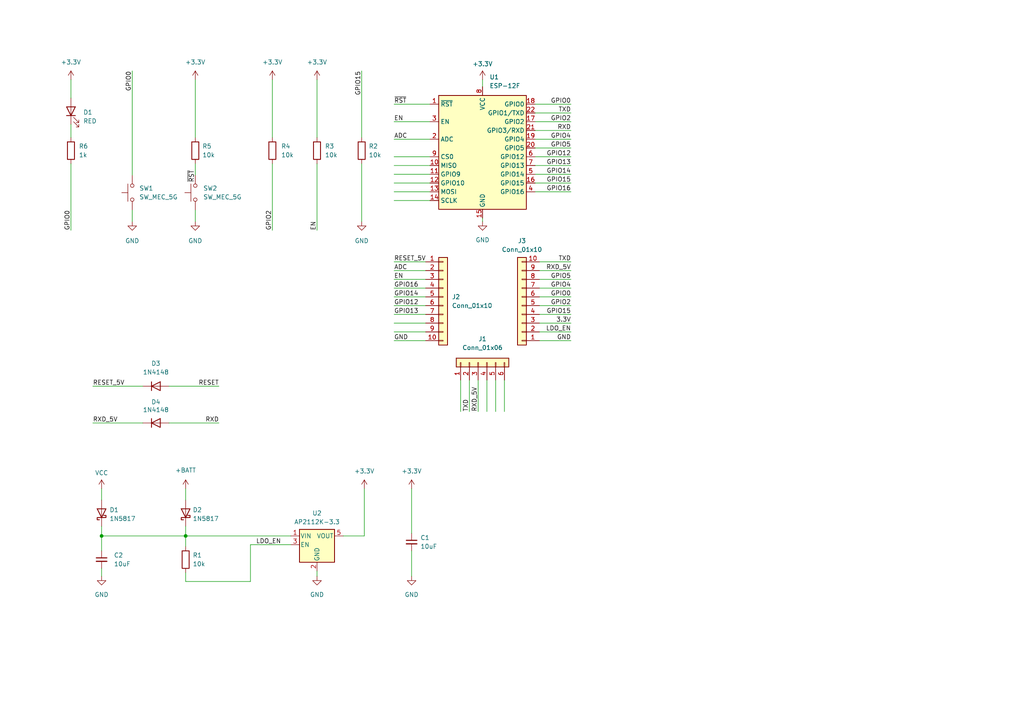
<source format=kicad_sch>
(kicad_sch (version 20211123) (generator eeschema)

  (uuid 80927b1d-cb05-4ab2-9ee1-ab7f4f6398ec)

  (paper "A4")

  (lib_symbols
    (symbol "Connector_Generic:Conn_01x06" (pin_names (offset 1.016) hide) (in_bom yes) (on_board yes)
      (property "Reference" "J" (id 0) (at 0 7.62 0)
        (effects (font (size 1.27 1.27)))
      )
      (property "Value" "Conn_01x06" (id 1) (at 0 -10.16 0)
        (effects (font (size 1.27 1.27)))
      )
      (property "Footprint" "" (id 2) (at 0 0 0)
        (effects (font (size 1.27 1.27)) hide)
      )
      (property "Datasheet" "~" (id 3) (at 0 0 0)
        (effects (font (size 1.27 1.27)) hide)
      )
      (property "ki_keywords" "connector" (id 4) (at 0 0 0)
        (effects (font (size 1.27 1.27)) hide)
      )
      (property "ki_description" "Generic connector, single row, 01x06, script generated (kicad-library-utils/schlib/autogen/connector/)" (id 5) (at 0 0 0)
        (effects (font (size 1.27 1.27)) hide)
      )
      (property "ki_fp_filters" "Connector*:*_1x??_*" (id 6) (at 0 0 0)
        (effects (font (size 1.27 1.27)) hide)
      )
      (symbol "Conn_01x06_1_1"
        (rectangle (start -1.27 -7.493) (end 0 -7.747)
          (stroke (width 0.1524) (type default) (color 0 0 0 0))
          (fill (type none))
        )
        (rectangle (start -1.27 -4.953) (end 0 -5.207)
          (stroke (width 0.1524) (type default) (color 0 0 0 0))
          (fill (type none))
        )
        (rectangle (start -1.27 -2.413) (end 0 -2.667)
          (stroke (width 0.1524) (type default) (color 0 0 0 0))
          (fill (type none))
        )
        (rectangle (start -1.27 0.127) (end 0 -0.127)
          (stroke (width 0.1524) (type default) (color 0 0 0 0))
          (fill (type none))
        )
        (rectangle (start -1.27 2.667) (end 0 2.413)
          (stroke (width 0.1524) (type default) (color 0 0 0 0))
          (fill (type none))
        )
        (rectangle (start -1.27 5.207) (end 0 4.953)
          (stroke (width 0.1524) (type default) (color 0 0 0 0))
          (fill (type none))
        )
        (rectangle (start -1.27 6.35) (end 1.27 -8.89)
          (stroke (width 0.254) (type default) (color 0 0 0 0))
          (fill (type background))
        )
        (pin passive line (at -5.08 5.08 0) (length 3.81)
          (name "Pin_1" (effects (font (size 1.27 1.27))))
          (number "1" (effects (font (size 1.27 1.27))))
        )
        (pin passive line (at -5.08 2.54 0) (length 3.81)
          (name "Pin_2" (effects (font (size 1.27 1.27))))
          (number "2" (effects (font (size 1.27 1.27))))
        )
        (pin passive line (at -5.08 0 0) (length 3.81)
          (name "Pin_3" (effects (font (size 1.27 1.27))))
          (number "3" (effects (font (size 1.27 1.27))))
        )
        (pin passive line (at -5.08 -2.54 0) (length 3.81)
          (name "Pin_4" (effects (font (size 1.27 1.27))))
          (number "4" (effects (font (size 1.27 1.27))))
        )
        (pin passive line (at -5.08 -5.08 0) (length 3.81)
          (name "Pin_5" (effects (font (size 1.27 1.27))))
          (number "5" (effects (font (size 1.27 1.27))))
        )
        (pin passive line (at -5.08 -7.62 0) (length 3.81)
          (name "Pin_6" (effects (font (size 1.27 1.27))))
          (number "6" (effects (font (size 1.27 1.27))))
        )
      )
    )
    (symbol "Connector_Generic:Conn_01x10" (pin_names (offset 1.016) hide) (in_bom yes) (on_board yes)
      (property "Reference" "J" (id 0) (at 0 12.7 0)
        (effects (font (size 1.27 1.27)))
      )
      (property "Value" "Conn_01x10" (id 1) (at 0 -15.24 0)
        (effects (font (size 1.27 1.27)))
      )
      (property "Footprint" "" (id 2) (at 0 0 0)
        (effects (font (size 1.27 1.27)) hide)
      )
      (property "Datasheet" "~" (id 3) (at 0 0 0)
        (effects (font (size 1.27 1.27)) hide)
      )
      (property "ki_keywords" "connector" (id 4) (at 0 0 0)
        (effects (font (size 1.27 1.27)) hide)
      )
      (property "ki_description" "Generic connector, single row, 01x10, script generated (kicad-library-utils/schlib/autogen/connector/)" (id 5) (at 0 0 0)
        (effects (font (size 1.27 1.27)) hide)
      )
      (property "ki_fp_filters" "Connector*:*_1x??_*" (id 6) (at 0 0 0)
        (effects (font (size 1.27 1.27)) hide)
      )
      (symbol "Conn_01x10_1_1"
        (rectangle (start -1.27 -12.573) (end 0 -12.827)
          (stroke (width 0.1524) (type default) (color 0 0 0 0))
          (fill (type none))
        )
        (rectangle (start -1.27 -10.033) (end 0 -10.287)
          (stroke (width 0.1524) (type default) (color 0 0 0 0))
          (fill (type none))
        )
        (rectangle (start -1.27 -7.493) (end 0 -7.747)
          (stroke (width 0.1524) (type default) (color 0 0 0 0))
          (fill (type none))
        )
        (rectangle (start -1.27 -4.953) (end 0 -5.207)
          (stroke (width 0.1524) (type default) (color 0 0 0 0))
          (fill (type none))
        )
        (rectangle (start -1.27 -2.413) (end 0 -2.667)
          (stroke (width 0.1524) (type default) (color 0 0 0 0))
          (fill (type none))
        )
        (rectangle (start -1.27 0.127) (end 0 -0.127)
          (stroke (width 0.1524) (type default) (color 0 0 0 0))
          (fill (type none))
        )
        (rectangle (start -1.27 2.667) (end 0 2.413)
          (stroke (width 0.1524) (type default) (color 0 0 0 0))
          (fill (type none))
        )
        (rectangle (start -1.27 5.207) (end 0 4.953)
          (stroke (width 0.1524) (type default) (color 0 0 0 0))
          (fill (type none))
        )
        (rectangle (start -1.27 7.747) (end 0 7.493)
          (stroke (width 0.1524) (type default) (color 0 0 0 0))
          (fill (type none))
        )
        (rectangle (start -1.27 10.287) (end 0 10.033)
          (stroke (width 0.1524) (type default) (color 0 0 0 0))
          (fill (type none))
        )
        (rectangle (start -1.27 11.43) (end 1.27 -13.97)
          (stroke (width 0.254) (type default) (color 0 0 0 0))
          (fill (type background))
        )
        (pin passive line (at -5.08 10.16 0) (length 3.81)
          (name "Pin_1" (effects (font (size 1.27 1.27))))
          (number "1" (effects (font (size 1.27 1.27))))
        )
        (pin passive line (at -5.08 -12.7 0) (length 3.81)
          (name "Pin_10" (effects (font (size 1.27 1.27))))
          (number "10" (effects (font (size 1.27 1.27))))
        )
        (pin passive line (at -5.08 7.62 0) (length 3.81)
          (name "Pin_2" (effects (font (size 1.27 1.27))))
          (number "2" (effects (font (size 1.27 1.27))))
        )
        (pin passive line (at -5.08 5.08 0) (length 3.81)
          (name "Pin_3" (effects (font (size 1.27 1.27))))
          (number "3" (effects (font (size 1.27 1.27))))
        )
        (pin passive line (at -5.08 2.54 0) (length 3.81)
          (name "Pin_4" (effects (font (size 1.27 1.27))))
          (number "4" (effects (font (size 1.27 1.27))))
        )
        (pin passive line (at -5.08 0 0) (length 3.81)
          (name "Pin_5" (effects (font (size 1.27 1.27))))
          (number "5" (effects (font (size 1.27 1.27))))
        )
        (pin passive line (at -5.08 -2.54 0) (length 3.81)
          (name "Pin_6" (effects (font (size 1.27 1.27))))
          (number "6" (effects (font (size 1.27 1.27))))
        )
        (pin passive line (at -5.08 -5.08 0) (length 3.81)
          (name "Pin_7" (effects (font (size 1.27 1.27))))
          (number "7" (effects (font (size 1.27 1.27))))
        )
        (pin passive line (at -5.08 -7.62 0) (length 3.81)
          (name "Pin_8" (effects (font (size 1.27 1.27))))
          (number "8" (effects (font (size 1.27 1.27))))
        )
        (pin passive line (at -5.08 -10.16 0) (length 3.81)
          (name "Pin_9" (effects (font (size 1.27 1.27))))
          (number "9" (effects (font (size 1.27 1.27))))
        )
      )
    )
    (symbol "Device:C_Small" (pin_numbers hide) (pin_names (offset 0.254) hide) (in_bom yes) (on_board yes)
      (property "Reference" "C" (id 0) (at 0.254 1.778 0)
        (effects (font (size 1.27 1.27)) (justify left))
      )
      (property "Value" "C_Small" (id 1) (at 0.254 -2.032 0)
        (effects (font (size 1.27 1.27)) (justify left))
      )
      (property "Footprint" "" (id 2) (at 0 0 0)
        (effects (font (size 1.27 1.27)) hide)
      )
      (property "Datasheet" "~" (id 3) (at 0 0 0)
        (effects (font (size 1.27 1.27)) hide)
      )
      (property "ki_keywords" "capacitor cap" (id 4) (at 0 0 0)
        (effects (font (size 1.27 1.27)) hide)
      )
      (property "ki_description" "Unpolarized capacitor, small symbol" (id 5) (at 0 0 0)
        (effects (font (size 1.27 1.27)) hide)
      )
      (property "ki_fp_filters" "C_*" (id 6) (at 0 0 0)
        (effects (font (size 1.27 1.27)) hide)
      )
      (symbol "C_Small_0_1"
        (polyline
          (pts
            (xy -1.524 -0.508)
            (xy 1.524 -0.508)
          )
          (stroke (width 0.3302) (type default) (color 0 0 0 0))
          (fill (type none))
        )
        (polyline
          (pts
            (xy -1.524 0.508)
            (xy 1.524 0.508)
          )
          (stroke (width 0.3048) (type default) (color 0 0 0 0))
          (fill (type none))
        )
      )
      (symbol "C_Small_1_1"
        (pin passive line (at 0 2.54 270) (length 2.032)
          (name "~" (effects (font (size 1.27 1.27))))
          (number "1" (effects (font (size 1.27 1.27))))
        )
        (pin passive line (at 0 -2.54 90) (length 2.032)
          (name "~" (effects (font (size 1.27 1.27))))
          (number "2" (effects (font (size 1.27 1.27))))
        )
      )
    )
    (symbol "Device:LED" (pin_numbers hide) (pin_names (offset 1.016) hide) (in_bom yes) (on_board yes)
      (property "Reference" "D" (id 0) (at 0 2.54 0)
        (effects (font (size 1.27 1.27)))
      )
      (property "Value" "LED" (id 1) (at 0 -2.54 0)
        (effects (font (size 1.27 1.27)))
      )
      (property "Footprint" "" (id 2) (at 0 0 0)
        (effects (font (size 1.27 1.27)) hide)
      )
      (property "Datasheet" "~" (id 3) (at 0 0 0)
        (effects (font (size 1.27 1.27)) hide)
      )
      (property "ki_keywords" "LED diode" (id 4) (at 0 0 0)
        (effects (font (size 1.27 1.27)) hide)
      )
      (property "ki_description" "Light emitting diode" (id 5) (at 0 0 0)
        (effects (font (size 1.27 1.27)) hide)
      )
      (property "ki_fp_filters" "LED* LED_SMD:* LED_THT:*" (id 6) (at 0 0 0)
        (effects (font (size 1.27 1.27)) hide)
      )
      (symbol "LED_0_1"
        (polyline
          (pts
            (xy -1.27 -1.27)
            (xy -1.27 1.27)
          )
          (stroke (width 0.254) (type default) (color 0 0 0 0))
          (fill (type none))
        )
        (polyline
          (pts
            (xy -1.27 0)
            (xy 1.27 0)
          )
          (stroke (width 0) (type default) (color 0 0 0 0))
          (fill (type none))
        )
        (polyline
          (pts
            (xy 1.27 -1.27)
            (xy 1.27 1.27)
            (xy -1.27 0)
            (xy 1.27 -1.27)
          )
          (stroke (width 0.254) (type default) (color 0 0 0 0))
          (fill (type none))
        )
        (polyline
          (pts
            (xy -3.048 -0.762)
            (xy -4.572 -2.286)
            (xy -3.81 -2.286)
            (xy -4.572 -2.286)
            (xy -4.572 -1.524)
          )
          (stroke (width 0) (type default) (color 0 0 0 0))
          (fill (type none))
        )
        (polyline
          (pts
            (xy -1.778 -0.762)
            (xy -3.302 -2.286)
            (xy -2.54 -2.286)
            (xy -3.302 -2.286)
            (xy -3.302 -1.524)
          )
          (stroke (width 0) (type default) (color 0 0 0 0))
          (fill (type none))
        )
      )
      (symbol "LED_1_1"
        (pin passive line (at -3.81 0 0) (length 2.54)
          (name "K" (effects (font (size 1.27 1.27))))
          (number "1" (effects (font (size 1.27 1.27))))
        )
        (pin passive line (at 3.81 0 180) (length 2.54)
          (name "A" (effects (font (size 1.27 1.27))))
          (number "2" (effects (font (size 1.27 1.27))))
        )
      )
    )
    (symbol "Device:R" (pin_numbers hide) (pin_names (offset 0)) (in_bom yes) (on_board yes)
      (property "Reference" "R" (id 0) (at 2.032 0 90)
        (effects (font (size 1.27 1.27)))
      )
      (property "Value" "R" (id 1) (at 0 0 90)
        (effects (font (size 1.27 1.27)))
      )
      (property "Footprint" "" (id 2) (at -1.778 0 90)
        (effects (font (size 1.27 1.27)) hide)
      )
      (property "Datasheet" "~" (id 3) (at 0 0 0)
        (effects (font (size 1.27 1.27)) hide)
      )
      (property "ki_keywords" "R res resistor" (id 4) (at 0 0 0)
        (effects (font (size 1.27 1.27)) hide)
      )
      (property "ki_description" "Resistor" (id 5) (at 0 0 0)
        (effects (font (size 1.27 1.27)) hide)
      )
      (property "ki_fp_filters" "R_*" (id 6) (at 0 0 0)
        (effects (font (size 1.27 1.27)) hide)
      )
      (symbol "R_0_1"
        (rectangle (start -1.016 -2.54) (end 1.016 2.54)
          (stroke (width 0.254) (type default) (color 0 0 0 0))
          (fill (type none))
        )
      )
      (symbol "R_1_1"
        (pin passive line (at 0 3.81 270) (length 1.27)
          (name "~" (effects (font (size 1.27 1.27))))
          (number "1" (effects (font (size 1.27 1.27))))
        )
        (pin passive line (at 0 -3.81 90) (length 1.27)
          (name "~" (effects (font (size 1.27 1.27))))
          (number "2" (effects (font (size 1.27 1.27))))
        )
      )
    )
    (symbol "Diode:1N4148" (pin_numbers hide) (pin_names hide) (in_bom yes) (on_board yes)
      (property "Reference" "D" (id 0) (at 0 2.54 0)
        (effects (font (size 1.27 1.27)))
      )
      (property "Value" "1N4148" (id 1) (at 0 -2.54 0)
        (effects (font (size 1.27 1.27)))
      )
      (property "Footprint" "Diode_THT:D_DO-35_SOD27_P7.62mm_Horizontal" (id 2) (at 0 0 0)
        (effects (font (size 1.27 1.27)) hide)
      )
      (property "Datasheet" "https://assets.nexperia.com/documents/data-sheet/1N4148_1N4448.pdf" (id 3) (at 0 0 0)
        (effects (font (size 1.27 1.27)) hide)
      )
      (property "ki_keywords" "diode" (id 4) (at 0 0 0)
        (effects (font (size 1.27 1.27)) hide)
      )
      (property "ki_description" "100V 0.15A standard switching diode, DO-35" (id 5) (at 0 0 0)
        (effects (font (size 1.27 1.27)) hide)
      )
      (property "ki_fp_filters" "D*DO?35*" (id 6) (at 0 0 0)
        (effects (font (size 1.27 1.27)) hide)
      )
      (symbol "1N4148_0_1"
        (polyline
          (pts
            (xy -1.27 1.27)
            (xy -1.27 -1.27)
          )
          (stroke (width 0.254) (type default) (color 0 0 0 0))
          (fill (type none))
        )
        (polyline
          (pts
            (xy 1.27 0)
            (xy -1.27 0)
          )
          (stroke (width 0) (type default) (color 0 0 0 0))
          (fill (type none))
        )
        (polyline
          (pts
            (xy 1.27 1.27)
            (xy 1.27 -1.27)
            (xy -1.27 0)
            (xy 1.27 1.27)
          )
          (stroke (width 0.254) (type default) (color 0 0 0 0))
          (fill (type none))
        )
      )
      (symbol "1N4148_1_1"
        (pin passive line (at -3.81 0 0) (length 2.54)
          (name "K" (effects (font (size 1.27 1.27))))
          (number "1" (effects (font (size 1.27 1.27))))
        )
        (pin passive line (at 3.81 0 180) (length 2.54)
          (name "A" (effects (font (size 1.27 1.27))))
          (number "2" (effects (font (size 1.27 1.27))))
        )
      )
    )
    (symbol "Diode:1N5817" (pin_numbers hide) (pin_names (offset 1.016) hide) (in_bom yes) (on_board yes)
      (property "Reference" "D" (id 0) (at 0 2.54 0)
        (effects (font (size 1.27 1.27)))
      )
      (property "Value" "1N5817" (id 1) (at 0 -2.54 0)
        (effects (font (size 1.27 1.27)))
      )
      (property "Footprint" "Diode_THT:D_DO-41_SOD81_P10.16mm_Horizontal" (id 2) (at 0 -4.445 0)
        (effects (font (size 1.27 1.27)) hide)
      )
      (property "Datasheet" "http://www.vishay.com/docs/88525/1n5817.pdf" (id 3) (at 0 0 0)
        (effects (font (size 1.27 1.27)) hide)
      )
      (property "ki_keywords" "diode Schottky" (id 4) (at 0 0 0)
        (effects (font (size 1.27 1.27)) hide)
      )
      (property "ki_description" "20V 1A Schottky Barrier Rectifier Diode, DO-41" (id 5) (at 0 0 0)
        (effects (font (size 1.27 1.27)) hide)
      )
      (property "ki_fp_filters" "D*DO?41*" (id 6) (at 0 0 0)
        (effects (font (size 1.27 1.27)) hide)
      )
      (symbol "1N5817_0_1"
        (polyline
          (pts
            (xy 1.27 0)
            (xy -1.27 0)
          )
          (stroke (width 0) (type default) (color 0 0 0 0))
          (fill (type none))
        )
        (polyline
          (pts
            (xy 1.27 1.27)
            (xy 1.27 -1.27)
            (xy -1.27 0)
            (xy 1.27 1.27)
          )
          (stroke (width 0.254) (type default) (color 0 0 0 0))
          (fill (type none))
        )
        (polyline
          (pts
            (xy -1.905 0.635)
            (xy -1.905 1.27)
            (xy -1.27 1.27)
            (xy -1.27 -1.27)
            (xy -0.635 -1.27)
            (xy -0.635 -0.635)
          )
          (stroke (width 0.254) (type default) (color 0 0 0 0))
          (fill (type none))
        )
      )
      (symbol "1N5817_1_1"
        (pin passive line (at -3.81 0 0) (length 2.54)
          (name "K" (effects (font (size 1.27 1.27))))
          (number "1" (effects (font (size 1.27 1.27))))
        )
        (pin passive line (at 3.81 0 180) (length 2.54)
          (name "A" (effects (font (size 1.27 1.27))))
          (number "2" (effects (font (size 1.27 1.27))))
        )
      )
    )
    (symbol "RF_Module:ESP-12F" (in_bom yes) (on_board yes)
      (property "Reference" "U" (id 0) (at -12.7 19.05 0)
        (effects (font (size 1.27 1.27)) (justify left))
      )
      (property "Value" "ESP-12F" (id 1) (at 12.7 19.05 0)
        (effects (font (size 1.27 1.27)) (justify right))
      )
      (property "Footprint" "RF_Module:ESP-12E" (id 2) (at 0 0 0)
        (effects (font (size 1.27 1.27)) hide)
      )
      (property "Datasheet" "http://wiki.ai-thinker.com/_media/esp8266/esp8266_series_modules_user_manual_v1.1.pdf" (id 3) (at -8.89 2.54 0)
        (effects (font (size 1.27 1.27)) hide)
      )
      (property "ki_keywords" "802.11 Wi-Fi" (id 4) (at 0 0 0)
        (effects (font (size 1.27 1.27)) hide)
      )
      (property "ki_description" "802.11 b/g/n Wi-Fi Module" (id 5) (at 0 0 0)
        (effects (font (size 1.27 1.27)) hide)
      )
      (property "ki_fp_filters" "ESP?12*" (id 6) (at 0 0 0)
        (effects (font (size 1.27 1.27)) hide)
      )
      (symbol "ESP-12F_0_1"
        (rectangle (start -12.7 17.78) (end 12.7 -15.24)
          (stroke (width 0.254) (type default) (color 0 0 0 0))
          (fill (type background))
        )
      )
      (symbol "ESP-12F_1_1"
        (pin input line (at -15.24 15.24 0) (length 2.54)
          (name "~{RST}" (effects (font (size 1.27 1.27))))
          (number "1" (effects (font (size 1.27 1.27))))
        )
        (pin bidirectional line (at -15.24 -2.54 0) (length 2.54)
          (name "MISO" (effects (font (size 1.27 1.27))))
          (number "10" (effects (font (size 1.27 1.27))))
        )
        (pin bidirectional line (at -15.24 -5.08 0) (length 2.54)
          (name "GPIO9" (effects (font (size 1.27 1.27))))
          (number "11" (effects (font (size 1.27 1.27))))
        )
        (pin bidirectional line (at -15.24 -7.62 0) (length 2.54)
          (name "GPIO10" (effects (font (size 1.27 1.27))))
          (number "12" (effects (font (size 1.27 1.27))))
        )
        (pin bidirectional line (at -15.24 -10.16 0) (length 2.54)
          (name "MOSI" (effects (font (size 1.27 1.27))))
          (number "13" (effects (font (size 1.27 1.27))))
        )
        (pin bidirectional line (at -15.24 -12.7 0) (length 2.54)
          (name "SCLK" (effects (font (size 1.27 1.27))))
          (number "14" (effects (font (size 1.27 1.27))))
        )
        (pin power_in line (at 0 -17.78 90) (length 2.54)
          (name "GND" (effects (font (size 1.27 1.27))))
          (number "15" (effects (font (size 1.27 1.27))))
        )
        (pin bidirectional line (at 15.24 -7.62 180) (length 2.54)
          (name "GPIO15" (effects (font (size 1.27 1.27))))
          (number "16" (effects (font (size 1.27 1.27))))
        )
        (pin bidirectional line (at 15.24 10.16 180) (length 2.54)
          (name "GPIO2" (effects (font (size 1.27 1.27))))
          (number "17" (effects (font (size 1.27 1.27))))
        )
        (pin bidirectional line (at 15.24 15.24 180) (length 2.54)
          (name "GPIO0" (effects (font (size 1.27 1.27))))
          (number "18" (effects (font (size 1.27 1.27))))
        )
        (pin bidirectional line (at 15.24 5.08 180) (length 2.54)
          (name "GPIO4" (effects (font (size 1.27 1.27))))
          (number "19" (effects (font (size 1.27 1.27))))
        )
        (pin input line (at -15.24 5.08 0) (length 2.54)
          (name "ADC" (effects (font (size 1.27 1.27))))
          (number "2" (effects (font (size 1.27 1.27))))
        )
        (pin bidirectional line (at 15.24 2.54 180) (length 2.54)
          (name "GPIO5" (effects (font (size 1.27 1.27))))
          (number "20" (effects (font (size 1.27 1.27))))
        )
        (pin bidirectional line (at 15.24 7.62 180) (length 2.54)
          (name "GPIO3/RXD" (effects (font (size 1.27 1.27))))
          (number "21" (effects (font (size 1.27 1.27))))
        )
        (pin bidirectional line (at 15.24 12.7 180) (length 2.54)
          (name "GPIO1/TXD" (effects (font (size 1.27 1.27))))
          (number "22" (effects (font (size 1.27 1.27))))
        )
        (pin input line (at -15.24 10.16 0) (length 2.54)
          (name "EN" (effects (font (size 1.27 1.27))))
          (number "3" (effects (font (size 1.27 1.27))))
        )
        (pin bidirectional line (at 15.24 -10.16 180) (length 2.54)
          (name "GPIO16" (effects (font (size 1.27 1.27))))
          (number "4" (effects (font (size 1.27 1.27))))
        )
        (pin bidirectional line (at 15.24 -5.08 180) (length 2.54)
          (name "GPIO14" (effects (font (size 1.27 1.27))))
          (number "5" (effects (font (size 1.27 1.27))))
        )
        (pin bidirectional line (at 15.24 0 180) (length 2.54)
          (name "GPIO12" (effects (font (size 1.27 1.27))))
          (number "6" (effects (font (size 1.27 1.27))))
        )
        (pin bidirectional line (at 15.24 -2.54 180) (length 2.54)
          (name "GPIO13" (effects (font (size 1.27 1.27))))
          (number "7" (effects (font (size 1.27 1.27))))
        )
        (pin power_in line (at 0 20.32 270) (length 2.54)
          (name "VCC" (effects (font (size 1.27 1.27))))
          (number "8" (effects (font (size 1.27 1.27))))
        )
        (pin input line (at -15.24 0 0) (length 2.54)
          (name "CS0" (effects (font (size 1.27 1.27))))
          (number "9" (effects (font (size 1.27 1.27))))
        )
      )
    )
    (symbol "Regulator_Linear:AP2112K-3.3" (pin_names (offset 0.254)) (in_bom yes) (on_board yes)
      (property "Reference" "U" (id 0) (at -5.08 5.715 0)
        (effects (font (size 1.27 1.27)) (justify left))
      )
      (property "Value" "AP2112K-3.3" (id 1) (at 0 5.715 0)
        (effects (font (size 1.27 1.27)) (justify left))
      )
      (property "Footprint" "Package_TO_SOT_SMD:SOT-23-5" (id 2) (at 0 8.255 0)
        (effects (font (size 1.27 1.27)) hide)
      )
      (property "Datasheet" "https://www.diodes.com/assets/Datasheets/AP2112.pdf" (id 3) (at 0 2.54 0)
        (effects (font (size 1.27 1.27)) hide)
      )
      (property "ki_keywords" "linear regulator ldo fixed positive" (id 4) (at 0 0 0)
        (effects (font (size 1.27 1.27)) hide)
      )
      (property "ki_description" "600mA low dropout linear regulator, with enable pin, 3.8V-6V input voltage range, 3.3V fixed positive output, SOT-23-5" (id 5) (at 0 0 0)
        (effects (font (size 1.27 1.27)) hide)
      )
      (property "ki_fp_filters" "SOT?23?5*" (id 6) (at 0 0 0)
        (effects (font (size 1.27 1.27)) hide)
      )
      (symbol "AP2112K-3.3_0_1"
        (rectangle (start -5.08 4.445) (end 5.08 -5.08)
          (stroke (width 0.254) (type default) (color 0 0 0 0))
          (fill (type background))
        )
      )
      (symbol "AP2112K-3.3_1_1"
        (pin power_in line (at -7.62 2.54 0) (length 2.54)
          (name "VIN" (effects (font (size 1.27 1.27))))
          (number "1" (effects (font (size 1.27 1.27))))
        )
        (pin power_in line (at 0 -7.62 90) (length 2.54)
          (name "GND" (effects (font (size 1.27 1.27))))
          (number "2" (effects (font (size 1.27 1.27))))
        )
        (pin input line (at -7.62 0 0) (length 2.54)
          (name "EN" (effects (font (size 1.27 1.27))))
          (number "3" (effects (font (size 1.27 1.27))))
        )
        (pin no_connect line (at 5.08 0 180) (length 2.54) hide
          (name "NC" (effects (font (size 1.27 1.27))))
          (number "4" (effects (font (size 1.27 1.27))))
        )
        (pin power_out line (at 7.62 2.54 180) (length 2.54)
          (name "VOUT" (effects (font (size 1.27 1.27))))
          (number "5" (effects (font (size 1.27 1.27))))
        )
      )
    )
    (symbol "Switch:SW_MEC_5G" (pin_numbers hide) (pin_names (offset 1.016) hide) (in_bom yes) (on_board yes)
      (property "Reference" "SW" (id 0) (at 1.27 2.54 0)
        (effects (font (size 1.27 1.27)) (justify left))
      )
      (property "Value" "SW_MEC_5G" (id 1) (at 0 -1.524 0)
        (effects (font (size 1.27 1.27)))
      )
      (property "Footprint" "" (id 2) (at 0 5.08 0)
        (effects (font (size 1.27 1.27)) hide)
      )
      (property "Datasheet" "http://www.apem.com/int/index.php?controller=attachment&id_attachment=488" (id 3) (at 0 5.08 0)
        (effects (font (size 1.27 1.27)) hide)
      )
      (property "ki_keywords" "switch normally-open pushbutton push-button" (id 4) (at 0 0 0)
        (effects (font (size 1.27 1.27)) hide)
      )
      (property "ki_description" "MEC 5G single pole normally-open tactile switch" (id 5) (at 0 0 0)
        (effects (font (size 1.27 1.27)) hide)
      )
      (property "ki_fp_filters" "SW*MEC*5G*" (id 6) (at 0 0 0)
        (effects (font (size 1.27 1.27)) hide)
      )
      (symbol "SW_MEC_5G_0_1"
        (circle (center -2.032 0) (radius 0.508)
          (stroke (width 0) (type default) (color 0 0 0 0))
          (fill (type none))
        )
        (polyline
          (pts
            (xy 0 1.27)
            (xy 0 3.048)
          )
          (stroke (width 0) (type default) (color 0 0 0 0))
          (fill (type none))
        )
        (polyline
          (pts
            (xy 2.54 1.27)
            (xy -2.54 1.27)
          )
          (stroke (width 0) (type default) (color 0 0 0 0))
          (fill (type none))
        )
        (circle (center 2.032 0) (radius 0.508)
          (stroke (width 0) (type default) (color 0 0 0 0))
          (fill (type none))
        )
        (pin passive line (at -5.08 0 0) (length 2.54)
          (name "A" (effects (font (size 1.27 1.27))))
          (number "1" (effects (font (size 1.27 1.27))))
        )
        (pin passive line (at 5.08 0 180) (length 2.54)
          (name "B" (effects (font (size 1.27 1.27))))
          (number "3" (effects (font (size 1.27 1.27))))
        )
      )
      (symbol "SW_MEC_5G_1_1"
        (pin passive line (at -5.08 0 0) (length 2.54) hide
          (name "A" (effects (font (size 1.27 1.27))))
          (number "2" (effects (font (size 1.27 1.27))))
        )
        (pin passive line (at 5.08 0 180) (length 2.54) hide
          (name "B" (effects (font (size 1.27 1.27))))
          (number "4" (effects (font (size 1.27 1.27))))
        )
      )
    )
    (symbol "power:+3.3V" (power) (pin_names (offset 0)) (in_bom yes) (on_board yes)
      (property "Reference" "#PWR" (id 0) (at 0 -3.81 0)
        (effects (font (size 1.27 1.27)) hide)
      )
      (property "Value" "+3.3V" (id 1) (at 0 3.556 0)
        (effects (font (size 1.27 1.27)))
      )
      (property "Footprint" "" (id 2) (at 0 0 0)
        (effects (font (size 1.27 1.27)) hide)
      )
      (property "Datasheet" "" (id 3) (at 0 0 0)
        (effects (font (size 1.27 1.27)) hide)
      )
      (property "ki_keywords" "global power" (id 4) (at 0 0 0)
        (effects (font (size 1.27 1.27)) hide)
      )
      (property "ki_description" "Power symbol creates a global label with name \"+3.3V\"" (id 5) (at 0 0 0)
        (effects (font (size 1.27 1.27)) hide)
      )
      (symbol "+3.3V_0_1"
        (polyline
          (pts
            (xy -0.762 1.27)
            (xy 0 2.54)
          )
          (stroke (width 0) (type default) (color 0 0 0 0))
          (fill (type none))
        )
        (polyline
          (pts
            (xy 0 0)
            (xy 0 2.54)
          )
          (stroke (width 0) (type default) (color 0 0 0 0))
          (fill (type none))
        )
        (polyline
          (pts
            (xy 0 2.54)
            (xy 0.762 1.27)
          )
          (stroke (width 0) (type default) (color 0 0 0 0))
          (fill (type none))
        )
      )
      (symbol "+3.3V_1_1"
        (pin power_in line (at 0 0 90) (length 0) hide
          (name "+3.3V" (effects (font (size 1.27 1.27))))
          (number "1" (effects (font (size 1.27 1.27))))
        )
      )
    )
    (symbol "power:+BATT" (power) (pin_names (offset 0)) (in_bom yes) (on_board yes)
      (property "Reference" "#PWR" (id 0) (at 0 -3.81 0)
        (effects (font (size 1.27 1.27)) hide)
      )
      (property "Value" "+BATT" (id 1) (at 0 3.556 0)
        (effects (font (size 1.27 1.27)))
      )
      (property "Footprint" "" (id 2) (at 0 0 0)
        (effects (font (size 1.27 1.27)) hide)
      )
      (property "Datasheet" "" (id 3) (at 0 0 0)
        (effects (font (size 1.27 1.27)) hide)
      )
      (property "ki_keywords" "global power battery" (id 4) (at 0 0 0)
        (effects (font (size 1.27 1.27)) hide)
      )
      (property "ki_description" "Power symbol creates a global label with name \"+BATT\"" (id 5) (at 0 0 0)
        (effects (font (size 1.27 1.27)) hide)
      )
      (symbol "+BATT_0_1"
        (polyline
          (pts
            (xy -0.762 1.27)
            (xy 0 2.54)
          )
          (stroke (width 0) (type default) (color 0 0 0 0))
          (fill (type none))
        )
        (polyline
          (pts
            (xy 0 0)
            (xy 0 2.54)
          )
          (stroke (width 0) (type default) (color 0 0 0 0))
          (fill (type none))
        )
        (polyline
          (pts
            (xy 0 2.54)
            (xy 0.762 1.27)
          )
          (stroke (width 0) (type default) (color 0 0 0 0))
          (fill (type none))
        )
      )
      (symbol "+BATT_1_1"
        (pin power_in line (at 0 0 90) (length 0) hide
          (name "+BATT" (effects (font (size 1.27 1.27))))
          (number "1" (effects (font (size 1.27 1.27))))
        )
      )
    )
    (symbol "power:GND" (power) (pin_names (offset 0)) (in_bom yes) (on_board yes)
      (property "Reference" "#PWR" (id 0) (at 0 -6.35 0)
        (effects (font (size 1.27 1.27)) hide)
      )
      (property "Value" "GND" (id 1) (at 0 -3.81 0)
        (effects (font (size 1.27 1.27)))
      )
      (property "Footprint" "" (id 2) (at 0 0 0)
        (effects (font (size 1.27 1.27)) hide)
      )
      (property "Datasheet" "" (id 3) (at 0 0 0)
        (effects (font (size 1.27 1.27)) hide)
      )
      (property "ki_keywords" "global power" (id 4) (at 0 0 0)
        (effects (font (size 1.27 1.27)) hide)
      )
      (property "ki_description" "Power symbol creates a global label with name \"GND\" , ground" (id 5) (at 0 0 0)
        (effects (font (size 1.27 1.27)) hide)
      )
      (symbol "GND_0_1"
        (polyline
          (pts
            (xy 0 0)
            (xy 0 -1.27)
            (xy 1.27 -1.27)
            (xy 0 -2.54)
            (xy -1.27 -1.27)
            (xy 0 -1.27)
          )
          (stroke (width 0) (type default) (color 0 0 0 0))
          (fill (type none))
        )
      )
      (symbol "GND_1_1"
        (pin power_in line (at 0 0 270) (length 0) hide
          (name "GND" (effects (font (size 1.27 1.27))))
          (number "1" (effects (font (size 1.27 1.27))))
        )
      )
    )
    (symbol "power:VCC" (power) (pin_names (offset 0)) (in_bom yes) (on_board yes)
      (property "Reference" "#PWR" (id 0) (at 0 -3.81 0)
        (effects (font (size 1.27 1.27)) hide)
      )
      (property "Value" "VCC" (id 1) (at 0 3.81 0)
        (effects (font (size 1.27 1.27)))
      )
      (property "Footprint" "" (id 2) (at 0 0 0)
        (effects (font (size 1.27 1.27)) hide)
      )
      (property "Datasheet" "" (id 3) (at 0 0 0)
        (effects (font (size 1.27 1.27)) hide)
      )
      (property "ki_keywords" "global power" (id 4) (at 0 0 0)
        (effects (font (size 1.27 1.27)) hide)
      )
      (property "ki_description" "Power symbol creates a global label with name \"VCC\"" (id 5) (at 0 0 0)
        (effects (font (size 1.27 1.27)) hide)
      )
      (symbol "VCC_0_1"
        (polyline
          (pts
            (xy -0.762 1.27)
            (xy 0 2.54)
          )
          (stroke (width 0) (type default) (color 0 0 0 0))
          (fill (type none))
        )
        (polyline
          (pts
            (xy 0 0)
            (xy 0 2.54)
          )
          (stroke (width 0) (type default) (color 0 0 0 0))
          (fill (type none))
        )
        (polyline
          (pts
            (xy 0 2.54)
            (xy 0.762 1.27)
          )
          (stroke (width 0) (type default) (color 0 0 0 0))
          (fill (type none))
        )
      )
      (symbol "VCC_1_1"
        (pin power_in line (at 0 0 90) (length 0) hide
          (name "VCC" (effects (font (size 1.27 1.27))))
          (number "1" (effects (font (size 1.27 1.27))))
        )
      )
    )
  )

  (junction (at 53.848 155.448) (diameter 0) (color 0 0 0 0)
    (uuid 590815fa-9a1a-47df-ba5d-463c247aa2e6)
  )
  (junction (at 29.464 155.448) (diameter 0) (color 0 0 0 0)
    (uuid c061277f-ee4a-4e8a-9565-fc4882d3b6d5)
  )

  (wire (pts (xy 114.3 48.006) (xy 124.714 48.006))
    (stroke (width 0) (type default) (color 0 0 0 0))
    (uuid 04aaebf4-9486-4c51-9997-e38aa0e28c2e)
  )
  (wire (pts (xy 72.644 157.988) (xy 84.328 157.988))
    (stroke (width 0) (type default) (color 0 0 0 0))
    (uuid 04aee2bd-eb3b-4720-a8b9-f03b9a2735b9)
  )
  (wire (pts (xy 53.848 152.654) (xy 53.848 155.448))
    (stroke (width 0) (type default) (color 0 0 0 0))
    (uuid 0d9a7c6b-f75a-4665-95cf-6da16ab3d1c7)
  )
  (wire (pts (xy 155.194 55.626) (xy 165.608 55.626))
    (stroke (width 0) (type default) (color 0 0 0 0))
    (uuid 0e3ba926-c580-4b6b-abcc-250d283dbe73)
  )
  (wire (pts (xy 114.3 45.466) (xy 124.714 45.466))
    (stroke (width 0) (type default) (color 0 0 0 0))
    (uuid 1543b927-dbf0-4236-95c7-31b7bb225814)
  )
  (wire (pts (xy 156.464 78.486) (xy 165.608 78.486))
    (stroke (width 0) (type default) (color 0 0 0 0))
    (uuid 20c7dc5b-0d8e-41b7-b370-1b4951907688)
  )
  (wire (pts (xy 53.848 155.448) (xy 84.328 155.448))
    (stroke (width 0) (type default) (color 0 0 0 0))
    (uuid 235ce7dc-93a4-48ed-a1bc-7486ca93f2a5)
  )
  (wire (pts (xy 91.948 23.114) (xy 91.948 39.878))
    (stroke (width 0) (type default) (color 0 0 0 0))
    (uuid 23b77468-e632-4f75-bb43-f08e6e7f776d)
  )
  (wire (pts (xy 139.954 63.246) (xy 139.954 64.262))
    (stroke (width 0) (type default) (color 0 0 0 0))
    (uuid 24854eb5-7634-4bd0-a60c-13cc8d8b59de)
  )
  (wire (pts (xy 156.464 88.646) (xy 165.608 88.646))
    (stroke (width 0) (type default) (color 0 0 0 0))
    (uuid 250c8566-1dd4-4c4a-a153-61dd59a50255)
  )
  (wire (pts (xy 146.304 119.38) (xy 146.304 110.236))
    (stroke (width 0) (type default) (color 0 0 0 0))
    (uuid 25685a0c-5b76-4033-ab54-764883d3cc13)
  )
  (wire (pts (xy 56.642 47.498) (xy 56.642 50.8))
    (stroke (width 0) (type default) (color 0 0 0 0))
    (uuid 258b7d0c-dfbe-4e24-950c-f79e1eaaf50b)
  )
  (wire (pts (xy 49.022 122.682) (xy 63.5 122.682))
    (stroke (width 0) (type default) (color 0 0 0 0))
    (uuid 29be9c14-3297-424e-98d1-a2b5fa0f3b9c)
  )
  (wire (pts (xy 156.464 83.566) (xy 165.608 83.566))
    (stroke (width 0) (type default) (color 0 0 0 0))
    (uuid 29c132da-e363-402d-85b0-cc5d236fa750)
  )
  (wire (pts (xy 91.948 47.498) (xy 91.948 66.802))
    (stroke (width 0) (type default) (color 0 0 0 0))
    (uuid 2ce7d3ee-8dac-49e2-9cc4-f5a42f418e8e)
  )
  (wire (pts (xy 53.848 155.448) (xy 53.848 158.496))
    (stroke (width 0) (type default) (color 0 0 0 0))
    (uuid 2cfbee9b-1b95-46d1-9504-20d541923039)
  )
  (wire (pts (xy 99.568 155.448) (xy 105.664 155.448))
    (stroke (width 0) (type default) (color 0 0 0 0))
    (uuid 2e15742e-1e91-4ce4-a24d-6fa7483c762c)
  )
  (wire (pts (xy 133.604 119.38) (xy 133.604 110.236))
    (stroke (width 0) (type default) (color 0 0 0 0))
    (uuid 301b2c7f-1ab9-46ff-b1dd-159f95122b51)
  )
  (wire (pts (xy 155.194 42.926) (xy 165.608 42.926))
    (stroke (width 0) (type default) (color 0 0 0 0))
    (uuid 30866d4a-d5f6-46a6-8511-54abd2344542)
  )
  (wire (pts (xy 155.194 30.226) (xy 165.608 30.226))
    (stroke (width 0) (type default) (color 0 0 0 0))
    (uuid 35f7c109-aa62-4863-921b-d5d9caad5f88)
  )
  (wire (pts (xy 119.38 141.732) (xy 119.38 154.686))
    (stroke (width 0) (type default) (color 0 0 0 0))
    (uuid 384d2a49-29ec-404b-9724-d3192437371c)
  )
  (wire (pts (xy 26.924 112.014) (xy 41.402 112.014))
    (stroke (width 0) (type default) (color 0 0 0 0))
    (uuid 3917f173-99c6-4abe-bd5d-4c23fea44779)
  )
  (wire (pts (xy 156.464 75.946) (xy 165.608 75.946))
    (stroke (width 0) (type default) (color 0 0 0 0))
    (uuid 3a460796-8392-410c-ac78-d6477aa2c8f6)
  )
  (wire (pts (xy 78.994 47.498) (xy 78.994 66.802))
    (stroke (width 0) (type default) (color 0 0 0 0))
    (uuid 4013a97f-5ea8-4f29-9ca9-21b8b41cb2de)
  )
  (wire (pts (xy 56.642 23.114) (xy 56.642 39.878))
    (stroke (width 0) (type default) (color 0 0 0 0))
    (uuid 47183268-1747-4a48-ac40-910521e4dbb6)
  )
  (wire (pts (xy 114.3 40.386) (xy 124.714 40.386))
    (stroke (width 0) (type default) (color 0 0 0 0))
    (uuid 497a4a3c-55e3-44bd-90a3-b25f2466d5bc)
  )
  (wire (pts (xy 155.194 48.006) (xy 165.608 48.006))
    (stroke (width 0) (type default) (color 0 0 0 0))
    (uuid 4aa5eea9-9127-4f4d-aaf6-d345cb7fb60a)
  )
  (wire (pts (xy 114.3 96.266) (xy 123.444 96.266))
    (stroke (width 0) (type default) (color 0 0 0 0))
    (uuid 4f19f74a-d146-4585-969f-4e2a224228ca)
  )
  (wire (pts (xy 139.954 23.114) (xy 139.954 25.146))
    (stroke (width 0) (type default) (color 0 0 0 0))
    (uuid 50edd097-09dd-411a-a5c9-2e2f7fc9a704)
  )
  (wire (pts (xy 114.3 50.546) (xy 124.714 50.546))
    (stroke (width 0) (type default) (color 0 0 0 0))
    (uuid 517bdaf0-3d3e-4766-9e95-780f9a89c47d)
  )
  (wire (pts (xy 114.3 30.226) (xy 124.714 30.226))
    (stroke (width 0) (type default) (color 0 0 0 0))
    (uuid 5d596fe0-a71b-4ffb-8ec2-2427ba19af08)
  )
  (wire (pts (xy 114.3 58.166) (xy 124.714 58.166))
    (stroke (width 0) (type default) (color 0 0 0 0))
    (uuid 5e13c654-f2f1-42f3-b05d-41bbe6329d3e)
  )
  (wire (pts (xy 91.948 165.608) (xy 91.948 167.132))
    (stroke (width 0) (type default) (color 0 0 0 0))
    (uuid 5ebb6da7-9017-47ef-ad66-0a86e462d480)
  )
  (wire (pts (xy 156.464 96.266) (xy 165.608 96.266))
    (stroke (width 0) (type default) (color 0 0 0 0))
    (uuid 61c1b33c-3cb7-4532-be09-60ba81b35475)
  )
  (wire (pts (xy 104.902 20.574) (xy 104.902 39.878))
    (stroke (width 0) (type default) (color 0 0 0 0))
    (uuid 67b87952-88d8-4446-970c-4f9bdacb3cad)
  )
  (wire (pts (xy 114.3 75.946) (xy 123.444 75.946))
    (stroke (width 0) (type default) (color 0 0 0 0))
    (uuid 67f36ca0-b743-4765-b3e5-1a35908a18b1)
  )
  (wire (pts (xy 141.224 119.38) (xy 141.224 110.236))
    (stroke (width 0) (type default) (color 0 0 0 0))
    (uuid 698d176b-c9ad-491b-937a-9b17883da4f0)
  )
  (wire (pts (xy 114.3 86.106) (xy 123.444 86.106))
    (stroke (width 0) (type default) (color 0 0 0 0))
    (uuid 6c2299e7-c9dd-47a9-900e-1eb36800ca89)
  )
  (wire (pts (xy 56.642 60.96) (xy 56.642 64.262))
    (stroke (width 0) (type default) (color 0 0 0 0))
    (uuid 702597e2-3131-45e5-932e-9ae77cb47084)
  )
  (wire (pts (xy 156.464 93.726) (xy 165.608 93.726))
    (stroke (width 0) (type default) (color 0 0 0 0))
    (uuid 734fe885-0c9e-4cb3-aef1-92fb998dee44)
  )
  (wire (pts (xy 156.464 91.186) (xy 165.608 91.186))
    (stroke (width 0) (type default) (color 0 0 0 0))
    (uuid 7ada1dab-08ac-45b6-8e4d-9f9c5f136898)
  )
  (wire (pts (xy 136.144 119.38) (xy 136.144 110.236))
    (stroke (width 0) (type default) (color 0 0 0 0))
    (uuid 7ebafb22-275e-4967-a6ee-79dad605ee0e)
  )
  (wire (pts (xy 155.194 32.766) (xy 165.608 32.766))
    (stroke (width 0) (type default) (color 0 0 0 0))
    (uuid 81ade7ef-6fa3-4e07-9aa9-0b0962090c47)
  )
  (wire (pts (xy 20.574 47.498) (xy 20.574 66.802))
    (stroke (width 0) (type default) (color 0 0 0 0))
    (uuid 8429a194-d58a-49c1-a81e-8de771e91bc3)
  )
  (wire (pts (xy 114.3 35.306) (xy 124.714 35.306))
    (stroke (width 0) (type default) (color 0 0 0 0))
    (uuid 85558e09-193e-4f1f-ac9b-150ede313e6d)
  )
  (wire (pts (xy 155.194 35.306) (xy 165.608 35.306))
    (stroke (width 0) (type default) (color 0 0 0 0))
    (uuid 8723d56a-ec04-436d-86d6-2974bd0582bc)
  )
  (wire (pts (xy 38.354 60.96) (xy 38.354 64.262))
    (stroke (width 0) (type default) (color 0 0 0 0))
    (uuid 89c82dc0-e139-4460-b583-4642994636b8)
  )
  (wire (pts (xy 29.464 141.732) (xy 29.464 145.034))
    (stroke (width 0) (type default) (color 0 0 0 0))
    (uuid 8cba0f6a-76b0-4f04-8bbe-3b05ed45a0b1)
  )
  (wire (pts (xy 114.3 83.566) (xy 123.444 83.566))
    (stroke (width 0) (type default) (color 0 0 0 0))
    (uuid 8df808ee-77a7-4d28-a197-c53c107ed766)
  )
  (wire (pts (xy 29.464 152.654) (xy 29.464 155.448))
    (stroke (width 0) (type default) (color 0 0 0 0))
    (uuid 8e368b9b-0e7c-4d2f-8d6c-746002c95223)
  )
  (wire (pts (xy 20.574 23.114) (xy 20.574 28.448))
    (stroke (width 0) (type default) (color 0 0 0 0))
    (uuid 9019ea57-a4d8-40dc-b4ad-c157242cfd75)
  )
  (wire (pts (xy 29.464 155.448) (xy 29.464 159.766))
    (stroke (width 0) (type default) (color 0 0 0 0))
    (uuid 9075bf74-8dc9-4e7f-bb89-b82de173ed84)
  )
  (wire (pts (xy 114.3 88.646) (xy 123.444 88.646))
    (stroke (width 0) (type default) (color 0 0 0 0))
    (uuid 934ed8e6-cb77-454a-8b75-2d2fc6d13b17)
  )
  (wire (pts (xy 38.354 20.574) (xy 38.354 50.8))
    (stroke (width 0) (type default) (color 0 0 0 0))
    (uuid 960e1fb0-86ff-491e-929d-93e818ac685b)
  )
  (wire (pts (xy 53.848 141.732) (xy 53.848 145.034))
    (stroke (width 0) (type default) (color 0 0 0 0))
    (uuid 982f0755-d82f-40d3-a021-f603882ef67f)
  )
  (wire (pts (xy 26.924 122.682) (xy 41.402 122.682))
    (stroke (width 0) (type default) (color 0 0 0 0))
    (uuid 9ae99598-00aa-4f20-8c68-63ada96493d7)
  )
  (wire (pts (xy 138.684 119.38) (xy 138.684 110.236))
    (stroke (width 0) (type default) (color 0 0 0 0))
    (uuid 9bd6c5f2-a1a3-4112-bde9-5d8d293ae00f)
  )
  (wire (pts (xy 114.3 55.626) (xy 124.714 55.626))
    (stroke (width 0) (type default) (color 0 0 0 0))
    (uuid 9d296539-bc03-4d37-9f51-f5c3064ce641)
  )
  (wire (pts (xy 29.464 155.448) (xy 53.848 155.448))
    (stroke (width 0) (type default) (color 0 0 0 0))
    (uuid a104196d-328b-4c79-926a-def5fbd080e6)
  )
  (wire (pts (xy 119.38 159.766) (xy 119.38 167.132))
    (stroke (width 0) (type default) (color 0 0 0 0))
    (uuid a8499fd0-3125-4167-9104-709af1d0be18)
  )
  (wire (pts (xy 29.464 164.846) (xy 29.464 167.132))
    (stroke (width 0) (type default) (color 0 0 0 0))
    (uuid b17152f1-8336-4e39-acf2-ca5bb59ae3dd)
  )
  (wire (pts (xy 72.644 168.656) (xy 72.644 157.988))
    (stroke (width 0) (type default) (color 0 0 0 0))
    (uuid b3f4fab4-e296-4cb0-9f6a-8d81fbe0da8a)
  )
  (wire (pts (xy 53.848 168.656) (xy 72.644 168.656))
    (stroke (width 0) (type default) (color 0 0 0 0))
    (uuid b7305519-9a18-4458-b30c-195554ce4aa1)
  )
  (wire (pts (xy 114.3 81.026) (xy 123.444 81.026))
    (stroke (width 0) (type default) (color 0 0 0 0))
    (uuid c2f85fc9-03b4-497b-b765-4cfcf53fe345)
  )
  (wire (pts (xy 156.464 81.026) (xy 165.608 81.026))
    (stroke (width 0) (type default) (color 0 0 0 0))
    (uuid c571cadf-3e54-4d72-a765-f3ffb32ba43d)
  )
  (wire (pts (xy 104.902 47.498) (xy 104.902 64.262))
    (stroke (width 0) (type default) (color 0 0 0 0))
    (uuid ca06626c-e51c-4f38-a48d-a9c836ce4ccc)
  )
  (wire (pts (xy 114.3 91.186) (xy 123.444 91.186))
    (stroke (width 0) (type default) (color 0 0 0 0))
    (uuid cad71fd1-2e65-408b-8bdb-1f81dd6366db)
  )
  (wire (pts (xy 155.194 40.386) (xy 165.608 40.386))
    (stroke (width 0) (type default) (color 0 0 0 0))
    (uuid cb4b903a-621f-4cd4-8269-4b477d09b091)
  )
  (wire (pts (xy 114.3 93.726) (xy 123.444 93.726))
    (stroke (width 0) (type default) (color 0 0 0 0))
    (uuid cb789cbc-c524-4ca7-99fa-d491375d0495)
  )
  (wire (pts (xy 155.194 45.466) (xy 165.608 45.466))
    (stroke (width 0) (type default) (color 0 0 0 0))
    (uuid ce76da8f-b5a5-4adb-b026-96d21b79c5af)
  )
  (wire (pts (xy 49.022 112.014) (xy 63.5 112.014))
    (stroke (width 0) (type default) (color 0 0 0 0))
    (uuid d052f6fb-6a6b-43b7-8f4a-14ce9f67234a)
  )
  (wire (pts (xy 114.3 53.086) (xy 124.714 53.086))
    (stroke (width 0) (type default) (color 0 0 0 0))
    (uuid d3dbc973-b75d-41eb-a58a-a8d39486d798)
  )
  (wire (pts (xy 155.194 53.086) (xy 165.608 53.086))
    (stroke (width 0) (type default) (color 0 0 0 0))
    (uuid d8b16a6c-29a4-4e27-8f40-a945a0a5b2d6)
  )
  (wire (pts (xy 155.194 50.546) (xy 165.608 50.546))
    (stroke (width 0) (type default) (color 0 0 0 0))
    (uuid dbbd4c9a-7057-4f2b-851a-046144cc4dfd)
  )
  (wire (pts (xy 114.3 78.486) (xy 123.444 78.486))
    (stroke (width 0) (type default) (color 0 0 0 0))
    (uuid e03ffa0e-52e1-4169-b35d-90db94e477ca)
  )
  (wire (pts (xy 156.464 86.106) (xy 165.608 86.106))
    (stroke (width 0) (type default) (color 0 0 0 0))
    (uuid e80e9f93-a8cc-4769-af03-1a48ac73f0a6)
  )
  (wire (pts (xy 105.664 155.448) (xy 105.664 141.732))
    (stroke (width 0) (type default) (color 0 0 0 0))
    (uuid e89c5b4f-de8f-455b-941d-f1acc0adf08e)
  )
  (wire (pts (xy 143.764 119.38) (xy 143.764 110.236))
    (stroke (width 0) (type default) (color 0 0 0 0))
    (uuid e908de4e-4b0f-4dcb-a93c-00142b616fa6)
  )
  (wire (pts (xy 20.574 36.068) (xy 20.574 39.878))
    (stroke (width 0) (type default) (color 0 0 0 0))
    (uuid edfb5087-655b-4ddc-b8c7-2390e59c3fe6)
  )
  (wire (pts (xy 53.848 166.116) (xy 53.848 168.656))
    (stroke (width 0) (type default) (color 0 0 0 0))
    (uuid f39194d5-96e5-47a8-8940-fdde80085968)
  )
  (wire (pts (xy 78.994 23.114) (xy 78.994 39.878))
    (stroke (width 0) (type default) (color 0 0 0 0))
    (uuid f82551e7-d9f9-4621-8042-78e68eea37e0)
  )
  (wire (pts (xy 156.464 98.806) (xy 165.608 98.806))
    (stroke (width 0) (type default) (color 0 0 0 0))
    (uuid f84af47d-2772-452b-b608-18e801023a7e)
  )
  (wire (pts (xy 155.194 37.846) (xy 165.608 37.846))
    (stroke (width 0) (type default) (color 0 0 0 0))
    (uuid f8b6a2a3-a5ea-408e-b995-42e5b5990a6f)
  )
  (wire (pts (xy 114.3 98.806) (xy 123.444 98.806))
    (stroke (width 0) (type default) (color 0 0 0 0))
    (uuid fbb4311f-a815-4cfd-ad78-1f9188ea359f)
  )

  (label "GPIO12" (at 165.608 45.466 180)
    (effects (font (size 1.27 1.27)) (justify right bottom))
    (uuid 054b993f-4385-4503-a548-61f617043286)
  )
  (label "RXD" (at 63.5 122.682 180)
    (effects (font (size 1.27 1.27)) (justify right bottom))
    (uuid 0b394885-8352-4824-9dc6-9baa2e7ffd40)
  )
  (label "ADC" (at 114.3 78.486 0)
    (effects (font (size 1.27 1.27)) (justify left bottom))
    (uuid 0d61957a-19c7-46fc-a9f2-e91a3855fb92)
  )
  (label "LDO_EN" (at 81.534 157.988 180)
    (effects (font (size 1.27 1.27)) (justify right bottom))
    (uuid 0e563134-e645-4d02-b253-13508966f9c5)
  )
  (label "RXD" (at 165.608 37.846 180)
    (effects (font (size 1.27 1.27)) (justify right bottom))
    (uuid 13a0a1cd-4851-4ef9-98a8-8ad9de586280)
  )
  (label "GPIO15" (at 165.608 91.186 180)
    (effects (font (size 1.27 1.27)) (justify right bottom))
    (uuid 24d1230d-7ade-4594-8db0-a2de277b4f47)
  )
  (label "GPIO5" (at 165.608 42.926 180)
    (effects (font (size 1.27 1.27)) (justify right bottom))
    (uuid 30ef922e-8ab8-4d28-8d91-6aadf737c336)
  )
  (label "GPIO2" (at 165.608 88.646 180)
    (effects (font (size 1.27 1.27)) (justify right bottom))
    (uuid 361d19d6-20a6-4ee9-89dc-5882cc063700)
  )
  (label "RESET_5V" (at 114.3 75.946 0)
    (effects (font (size 1.27 1.27)) (justify left bottom))
    (uuid 36da2a9f-7d18-4cbb-9ccd-2afff5fb8b88)
  )
  (label "3.3V" (at 165.608 93.726 180)
    (effects (font (size 1.27 1.27)) (justify right bottom))
    (uuid 41d54f8f-a681-4890-8821-4974bfe0c394)
  )
  (label "GPIO13" (at 165.608 48.006 180)
    (effects (font (size 1.27 1.27)) (justify right bottom))
    (uuid 484622f1-e4e6-4ee2-95da-22bbeafe1263)
  )
  (label "GPIO0" (at 38.354 20.574 270)
    (effects (font (size 1.27 1.27)) (justify right bottom))
    (uuid 4a2c3348-26d8-4f67-8531-b8f08c1da1c9)
  )
  (label "GPIO2" (at 78.994 66.802 90)
    (effects (font (size 1.27 1.27)) (justify left bottom))
    (uuid 4f34bc35-8d8a-4c60-addb-4a47d081062d)
  )
  (label "RXD_5V" (at 26.924 122.682 0)
    (effects (font (size 1.27 1.27)) (justify left bottom))
    (uuid 5347edd6-7cbb-44ee-9d73-bc17f7d85df7)
  )
  (label "GPIO4" (at 165.608 83.566 180)
    (effects (font (size 1.27 1.27)) (justify right bottom))
    (uuid 5865d0ba-9d69-4e59-852b-db7f5f3e4e40)
  )
  (label "TXD" (at 136.144 119.38 90)
    (effects (font (size 1.27 1.27)) (justify left bottom))
    (uuid 597ef99b-0fa1-4f10-a46c-4506e191420e)
  )
  (label "ADC" (at 114.3 40.386 0)
    (effects (font (size 1.27 1.27)) (justify left bottom))
    (uuid 5e85cc8b-0bf6-44aa-a85e-f9b45cb5cddc)
  )
  (label "GPIO16" (at 114.3 83.566 0)
    (effects (font (size 1.27 1.27)) (justify left bottom))
    (uuid 67100357-2bd2-46a2-84de-f2b2065b2c0e)
  )
  (label "GPIO0" (at 20.574 66.802 90)
    (effects (font (size 1.27 1.27)) (justify left bottom))
    (uuid 6a445b3c-b4af-4a6a-b49f-10ea1475b003)
  )
  (label "~{RST}" (at 114.3 30.226 0)
    (effects (font (size 1.27 1.27)) (justify left bottom))
    (uuid 7c2a7aef-3541-448b-967f-fe8305728b3f)
  )
  (label "GPIO4" (at 165.608 40.386 180)
    (effects (font (size 1.27 1.27)) (justify right bottom))
    (uuid 85affd6b-b870-44a7-923a-7fbd6911a262)
  )
  (label "RXD_5V" (at 165.608 78.486 180)
    (effects (font (size 1.27 1.27)) (justify right bottom))
    (uuid 87166cfc-baf1-454b-abb5-4293847cf850)
  )
  (label "GPIO13" (at 114.3 91.186 0)
    (effects (font (size 1.27 1.27)) (justify left bottom))
    (uuid 8c35eba6-760f-46ce-b529-dd8dfa054a96)
  )
  (label "GPIO2" (at 165.608 35.306 180)
    (effects (font (size 1.27 1.27)) (justify right bottom))
    (uuid 8e68f10e-f5bf-49c1-8394-59a630faa2c1)
  )
  (label "EN" (at 114.3 35.306 0)
    (effects (font (size 1.27 1.27)) (justify left bottom))
    (uuid 9028866f-8069-48cb-bcc9-9baf65be6f34)
  )
  (label "GPIO14" (at 114.3 86.106 0)
    (effects (font (size 1.27 1.27)) (justify left bottom))
    (uuid 92644270-a2c6-48ee-9763-2dcd8666741b)
  )
  (label "GPIO0" (at 165.608 86.106 180)
    (effects (font (size 1.27 1.27)) (justify right bottom))
    (uuid 9eed47a1-f237-4318-b3fa-39cf11318511)
  )
  (label "RXD_5V" (at 138.684 119.38 90)
    (effects (font (size 1.27 1.27)) (justify left bottom))
    (uuid a60655bd-9391-452b-88da-cd884d1250d0)
  )
  (label "GPIO14" (at 165.608 50.546 180)
    (effects (font (size 1.27 1.27)) (justify right bottom))
    (uuid a9107ada-7479-4539-8c3e-ff6b46e560e4)
  )
  (label "GPIO15" (at 165.608 53.086 180)
    (effects (font (size 1.27 1.27)) (justify right bottom))
    (uuid ac7e0cda-0e97-4480-9e36-3cfc4b4f69ac)
  )
  (label "GND" (at 165.608 98.806 180)
    (effects (font (size 1.27 1.27)) (justify right bottom))
    (uuid b7092059-edd3-472c-8673-bb4f03e65383)
  )
  (label "GND" (at 114.3 98.806 0)
    (effects (font (size 1.27 1.27)) (justify left bottom))
    (uuid b8d19d4d-02bd-4fda-8a48-df375c4c9dc2)
  )
  (label "GPIO15" (at 104.902 20.574 270)
    (effects (font (size 1.27 1.27)) (justify right bottom))
    (uuid cc2ba802-577d-49ab-a57a-4cfd285d5de0)
  )
  (label "EN" (at 114.3 81.026 0)
    (effects (font (size 1.27 1.27)) (justify left bottom))
    (uuid d0157abc-1638-4ed5-9c81-c42643c5c81d)
  )
  (label "RESET" (at 63.5 112.014 180)
    (effects (font (size 1.27 1.27)) (justify right bottom))
    (uuid d1556041-2ed3-418d-961a-16315aa18e53)
  )
  (label "GPIO0" (at 165.608 30.226 180)
    (effects (font (size 1.27 1.27)) (justify right bottom))
    (uuid d9fe5168-3cc5-4a8a-957c-287e42c8f912)
  )
  (label "GPIO12" (at 114.3 88.646 0)
    (effects (font (size 1.27 1.27)) (justify left bottom))
    (uuid de70bf7c-ffd4-45ee-a3d3-afd505d674ff)
  )
  (label "TXD" (at 165.608 75.946 180)
    (effects (font (size 1.27 1.27)) (justify right bottom))
    (uuid e462e439-e292-4658-a2d2-a9620ea1d3f5)
  )
  (label " ~{RST}" (at 56.642 53.848 90)
    (effects (font (size 1.27 1.27)) (justify left bottom))
    (uuid e847b844-8b2d-404b-8ff8-722ed9d81dcc)
  )
  (label "LDO_EN" (at 165.608 96.266 180)
    (effects (font (size 1.27 1.27)) (justify right bottom))
    (uuid ea228d90-b64c-4b61-b2b8-3a9c527a4ef5)
  )
  (label "EN" (at 91.948 66.802 90)
    (effects (font (size 1.27 1.27)) (justify left bottom))
    (uuid f28898eb-f23c-49b5-87ef-9cfb4e74e663)
  )
  (label "GPIO16" (at 165.608 55.626 180)
    (effects (font (size 1.27 1.27)) (justify right bottom))
    (uuid f5d39c3a-6c41-4a50-8a9b-94b8140ff869)
  )
  (label "GPIO5" (at 165.608 81.026 180)
    (effects (font (size 1.27 1.27)) (justify right bottom))
    (uuid fc2dd204-16e0-4cb9-ad9b-c50a6310d81e)
  )
  (label "TXD" (at 165.608 32.766 180)
    (effects (font (size 1.27 1.27)) (justify right bottom))
    (uuid fdee24ba-7886-4c85-973a-6bb2b2aa301c)
  )
  (label "RESET_5V" (at 26.924 112.014 0)
    (effects (font (size 1.27 1.27)) (justify left bottom))
    (uuid fe70c5f2-2aa7-4dca-9ebb-3b1354156875)
  )

  (symbol (lib_id "power:GND") (at 29.464 167.132 0) (unit 1)
    (in_bom yes) (on_board yes) (fields_autoplaced)
    (uuid 0403874e-9fa4-4e20-94f5-a1b478ee214f)
    (property "Reference" "#PWR?" (id 0) (at 29.464 173.482 0)
      (effects (font (size 1.27 1.27)) hide)
    )
    (property "Value" "GND" (id 1) (at 29.464 172.466 0))
    (property "Footprint" "" (id 2) (at 29.464 167.132 0)
      (effects (font (size 1.27 1.27)) hide)
    )
    (property "Datasheet" "" (id 3) (at 29.464 167.132 0)
      (effects (font (size 1.27 1.27)) hide)
    )
    (pin "1" (uuid 2d741bd9-fe26-489a-909d-0df8cbdac2ef))
  )

  (symbol (lib_id "Connector_Generic:Conn_01x06") (at 138.684 105.156 90) (unit 1)
    (in_bom yes) (on_board yes) (fields_autoplaced)
    (uuid 1c4564af-a955-4530-b66c-4693398bb50d)
    (property "Reference" "J1" (id 0) (at 139.954 98.298 90))
    (property "Value" "Conn_01x06" (id 1) (at 139.954 100.838 90))
    (property "Footprint" "" (id 2) (at 138.684 105.156 0)
      (effects (font (size 1.27 1.27)) hide)
    )
    (property "Datasheet" "~" (id 3) (at 138.684 105.156 0)
      (effects (font (size 1.27 1.27)) hide)
    )
    (pin "1" (uuid 1e5dc748-9191-4dbd-ad9e-187fbb4f1db9))
    (pin "2" (uuid 6438c610-c6ff-4bbb-9d08-00c034888a58))
    (pin "3" (uuid 6d1a9c62-dc80-46e8-a493-42443b86108c))
    (pin "4" (uuid df820125-5344-49d3-9b37-b4c326da0488))
    (pin "5" (uuid dea8c574-a110-40e3-bdb7-c71a95b38b40))
    (pin "6" (uuid 1439e6ee-a788-4521-95ea-b62355fb8fbe))
  )

  (symbol (lib_id "power:+3.3V") (at 119.38 141.732 0) (unit 1)
    (in_bom yes) (on_board yes) (fields_autoplaced)
    (uuid 3063ebbe-faf6-402e-a707-b52bfa8d9314)
    (property "Reference" "#PWR?" (id 0) (at 119.38 145.542 0)
      (effects (font (size 1.27 1.27)) hide)
    )
    (property "Value" "+3.3V" (id 1) (at 119.38 136.652 0))
    (property "Footprint" "" (id 2) (at 119.38 141.732 0)
      (effects (font (size 1.27 1.27)) hide)
    )
    (property "Datasheet" "" (id 3) (at 119.38 141.732 0)
      (effects (font (size 1.27 1.27)) hide)
    )
    (pin "1" (uuid 4248d53a-5476-4bdd-8f53-880946a27f48))
  )

  (symbol (lib_id "Switch:SW_MEC_5G") (at 56.642 55.88 90) (unit 1)
    (in_bom yes) (on_board yes) (fields_autoplaced)
    (uuid 341c6f78-7ac7-411d-80f0-8d0c427aed6d)
    (property "Reference" "SW2" (id 0) (at 58.928 54.6099 90)
      (effects (font (size 1.27 1.27)) (justify right))
    )
    (property "Value" "SW_MEC_5G" (id 1) (at 58.928 57.1499 90)
      (effects (font (size 1.27 1.27)) (justify right))
    )
    (property "Footprint" "" (id 2) (at 51.562 55.88 0)
      (effects (font (size 1.27 1.27)) hide)
    )
    (property "Datasheet" "http://www.apem.com/int/index.php?controller=attachment&id_attachment=488" (id 3) (at 51.562 55.88 0)
      (effects (font (size 1.27 1.27)) hide)
    )
    (pin "1" (uuid 3fecce0a-528f-4b4c-b675-a6ad3d6718e0))
    (pin "3" (uuid 30cf9b27-1d3f-443a-b569-2e9d4148b9f5))
    (pin "2" (uuid a8fecc7e-fd7a-474f-a913-c857fd79510e))
    (pin "4" (uuid 45500603-da6e-4465-a98f-2cb2dca83710))
  )

  (symbol (lib_id "power:GND") (at 139.954 64.262 0) (unit 1)
    (in_bom yes) (on_board yes) (fields_autoplaced)
    (uuid 49cefede-c482-42a1-9f1c-879114eca2a5)
    (property "Reference" "#PWR?" (id 0) (at 139.954 70.612 0)
      (effects (font (size 1.27 1.27)) hide)
    )
    (property "Value" "GND" (id 1) (at 139.954 69.596 0))
    (property "Footprint" "" (id 2) (at 139.954 64.262 0)
      (effects (font (size 1.27 1.27)) hide)
    )
    (property "Datasheet" "" (id 3) (at 139.954 64.262 0)
      (effects (font (size 1.27 1.27)) hide)
    )
    (pin "1" (uuid 74f03b06-92c7-4ea5-9117-37ef00864941))
  )

  (symbol (lib_id "power:VCC") (at 29.464 141.732 0) (unit 1)
    (in_bom yes) (on_board yes) (fields_autoplaced)
    (uuid 4cfef5ac-244f-4a84-9504-c71512519dd3)
    (property "Reference" "#PWR?" (id 0) (at 29.464 145.542 0)
      (effects (font (size 1.27 1.27)) hide)
    )
    (property "Value" "VCC" (id 1) (at 29.464 137.16 0))
    (property "Footprint" "" (id 2) (at 29.464 141.732 0)
      (effects (font (size 1.27 1.27)) hide)
    )
    (property "Datasheet" "" (id 3) (at 29.464 141.732 0)
      (effects (font (size 1.27 1.27)) hide)
    )
    (pin "1" (uuid 070d0e3b-07cf-4d9f-98a6-e4db80a759ae))
  )

  (symbol (lib_id "Device:R") (at 91.948 43.688 0) (unit 1)
    (in_bom yes) (on_board yes) (fields_autoplaced)
    (uuid 588a1a2a-6f05-45b1-b390-100df40a2ee2)
    (property "Reference" "R3" (id 0) (at 94.234 42.4179 0)
      (effects (font (size 1.27 1.27)) (justify left))
    )
    (property "Value" "10k" (id 1) (at 94.234 44.9579 0)
      (effects (font (size 1.27 1.27)) (justify left))
    )
    (property "Footprint" "" (id 2) (at 90.17 43.688 90)
      (effects (font (size 1.27 1.27)) hide)
    )
    (property "Datasheet" "~" (id 3) (at 91.948 43.688 0)
      (effects (font (size 1.27 1.27)) hide)
    )
    (pin "1" (uuid edd515cd-a965-4df4-8fe0-234a5dd4f0a1))
    (pin "2" (uuid edd6fce2-3ada-4382-8a5f-84d975b0219c))
  )

  (symbol (lib_id "power:+3.3V") (at 56.642 23.114 0) (unit 1)
    (in_bom yes) (on_board yes) (fields_autoplaced)
    (uuid 5893d302-71fd-4920-8b10-479a66f6de45)
    (property "Reference" "#PWR?" (id 0) (at 56.642 26.924 0)
      (effects (font (size 1.27 1.27)) hide)
    )
    (property "Value" "+3.3V" (id 1) (at 56.642 18.034 0))
    (property "Footprint" "" (id 2) (at 56.642 23.114 0)
      (effects (font (size 1.27 1.27)) hide)
    )
    (property "Datasheet" "" (id 3) (at 56.642 23.114 0)
      (effects (font (size 1.27 1.27)) hide)
    )
    (pin "1" (uuid 11d2db85-bf9f-475c-bb64-7d144c846f77))
  )

  (symbol (lib_id "Diode:1N5817") (at 29.464 148.844 90) (unit 1)
    (in_bom yes) (on_board yes) (fields_autoplaced)
    (uuid 59611d1d-ac5b-497d-aad2-99f91800798e)
    (property "Reference" "D1" (id 0) (at 31.75 147.8914 90)
      (effects (font (size 1.27 1.27)) (justify right))
    )
    (property "Value" "1N5817" (id 1) (at 31.75 150.4314 90)
      (effects (font (size 1.27 1.27)) (justify right))
    )
    (property "Footprint" "Diode_THT:D_DO-41_SOD81_P10.16mm_Horizontal" (id 2) (at 33.909 148.844 0)
      (effects (font (size 1.27 1.27)) hide)
    )
    (property "Datasheet" "http://www.vishay.com/docs/88525/1n5817.pdf" (id 3) (at 29.464 148.844 0)
      (effects (font (size 1.27 1.27)) hide)
    )
    (pin "1" (uuid b14204f3-0195-4c80-b385-8d034ad2e810))
    (pin "2" (uuid c3715ece-e226-4e13-afe9-2caae096a5b2))
  )

  (symbol (lib_id "Switch:SW_MEC_5G") (at 38.354 55.88 90) (unit 1)
    (in_bom yes) (on_board yes) (fields_autoplaced)
    (uuid 626b2e12-664b-4ff0-9ed5-9a8c8eb197a9)
    (property "Reference" "SW1" (id 0) (at 40.386 54.6099 90)
      (effects (font (size 1.27 1.27)) (justify right))
    )
    (property "Value" "SW_MEC_5G" (id 1) (at 40.386 57.1499 90)
      (effects (font (size 1.27 1.27)) (justify right))
    )
    (property "Footprint" "" (id 2) (at 33.274 55.88 0)
      (effects (font (size 1.27 1.27)) hide)
    )
    (property "Datasheet" "http://www.apem.com/int/index.php?controller=attachment&id_attachment=488" (id 3) (at 33.274 55.88 0)
      (effects (font (size 1.27 1.27)) hide)
    )
    (pin "1" (uuid 208042b1-67c7-459b-bdcc-5b68e87bf19f))
    (pin "3" (uuid f1241fd5-2d6b-4816-82f8-fab9d5253925))
    (pin "2" (uuid 14ecd4e3-f6c7-4526-9cbb-1219adc3522f))
    (pin "4" (uuid f7b0cc43-528b-4180-ac14-674152e64beb))
  )

  (symbol (lib_id "Device:C_Small") (at 29.464 162.306 0) (unit 1)
    (in_bom yes) (on_board yes) (fields_autoplaced)
    (uuid 681233b0-580e-454b-b22e-9edff32d1c9e)
    (property "Reference" "C2" (id 0) (at 33.02 161.0422 0)
      (effects (font (size 1.27 1.27)) (justify left))
    )
    (property "Value" "10uF" (id 1) (at 33.02 163.5822 0)
      (effects (font (size 1.27 1.27)) (justify left))
    )
    (property "Footprint" "" (id 2) (at 29.464 162.306 0)
      (effects (font (size 1.27 1.27)) hide)
    )
    (property "Datasheet" "~" (id 3) (at 29.464 162.306 0)
      (effects (font (size 1.27 1.27)) hide)
    )
    (pin "1" (uuid 07193a72-6df4-4d8d-be30-d4745e6465dd))
    (pin "2" (uuid 839cf2da-925f-4e03-9c67-ef932e21b65e))
  )

  (symbol (lib_id "power:GND") (at 38.354 64.262 0) (unit 1)
    (in_bom yes) (on_board yes) (fields_autoplaced)
    (uuid 75ccda51-ad30-411b-9a4b-c9efa31938d9)
    (property "Reference" "#PWR?" (id 0) (at 38.354 70.612 0)
      (effects (font (size 1.27 1.27)) hide)
    )
    (property "Value" "GND" (id 1) (at 38.354 69.85 0))
    (property "Footprint" "" (id 2) (at 38.354 64.262 0)
      (effects (font (size 1.27 1.27)) hide)
    )
    (property "Datasheet" "" (id 3) (at 38.354 64.262 0)
      (effects (font (size 1.27 1.27)) hide)
    )
    (pin "1" (uuid 14dfbf9c-1cc5-4b6d-bffd-5cb8e9e992c7))
  )

  (symbol (lib_id "Device:R") (at 20.574 43.688 0) (unit 1)
    (in_bom yes) (on_board yes) (fields_autoplaced)
    (uuid 792a2a07-6104-4381-b564-7e576dcf7d44)
    (property "Reference" "R6" (id 0) (at 22.86 42.4179 0)
      (effects (font (size 1.27 1.27)) (justify left))
    )
    (property "Value" "1k" (id 1) (at 22.86 44.9579 0)
      (effects (font (size 1.27 1.27)) (justify left))
    )
    (property "Footprint" "" (id 2) (at 18.796 43.688 90)
      (effects (font (size 1.27 1.27)) hide)
    )
    (property "Datasheet" "~" (id 3) (at 20.574 43.688 0)
      (effects (font (size 1.27 1.27)) hide)
    )
    (pin "1" (uuid d6354e6c-2161-41c4-9b23-7c1d5a22a508))
    (pin "2" (uuid bf41351b-0b0e-402e-b2e5-7c2e8acaf783))
  )

  (symbol (lib_id "power:+3.3V") (at 105.664 141.732 0) (unit 1)
    (in_bom yes) (on_board yes) (fields_autoplaced)
    (uuid 7a673f91-f3d1-4e93-b847-3d8fe112a9c2)
    (property "Reference" "#PWR?" (id 0) (at 105.664 145.542 0)
      (effects (font (size 1.27 1.27)) hide)
    )
    (property "Value" "+3.3V" (id 1) (at 105.664 136.652 0))
    (property "Footprint" "" (id 2) (at 105.664 141.732 0)
      (effects (font (size 1.27 1.27)) hide)
    )
    (property "Datasheet" "" (id 3) (at 105.664 141.732 0)
      (effects (font (size 1.27 1.27)) hide)
    )
    (pin "1" (uuid 1278995a-2370-40e4-a188-89f122e52c40))
  )

  (symbol (lib_id "Device:R") (at 78.994 43.688 0) (unit 1)
    (in_bom yes) (on_board yes) (fields_autoplaced)
    (uuid 7fb0298a-0f03-4943-afb8-0e705a61def6)
    (property "Reference" "R4" (id 0) (at 81.534 42.4179 0)
      (effects (font (size 1.27 1.27)) (justify left))
    )
    (property "Value" "10k" (id 1) (at 81.534 44.9579 0)
      (effects (font (size 1.27 1.27)) (justify left))
    )
    (property "Footprint" "" (id 2) (at 77.216 43.688 90)
      (effects (font (size 1.27 1.27)) hide)
    )
    (property "Datasheet" "~" (id 3) (at 78.994 43.688 0)
      (effects (font (size 1.27 1.27)) hide)
    )
    (pin "1" (uuid dd63dc80-177d-4e3b-b262-160aab484cf0))
    (pin "2" (uuid 49fd4556-ecec-4f00-9dcc-7573aa34fdba))
  )

  (symbol (lib_id "power:+3.3V") (at 20.574 23.114 0) (unit 1)
    (in_bom yes) (on_board yes) (fields_autoplaced)
    (uuid 83cbb11c-3095-4f4a-9cd1-8963606da4ab)
    (property "Reference" "#PWR?" (id 0) (at 20.574 26.924 0)
      (effects (font (size 1.27 1.27)) hide)
    )
    (property "Value" "+3.3V" (id 1) (at 20.574 18.034 0))
    (property "Footprint" "" (id 2) (at 20.574 23.114 0)
      (effects (font (size 1.27 1.27)) hide)
    )
    (property "Datasheet" "" (id 3) (at 20.574 23.114 0)
      (effects (font (size 1.27 1.27)) hide)
    )
    (pin "1" (uuid fb3bc8fa-278a-434a-b830-6ba8da85bbbd))
  )

  (symbol (lib_id "Regulator_Linear:AP2112K-3.3") (at 91.948 157.988 0) (unit 1)
    (in_bom yes) (on_board yes) (fields_autoplaced)
    (uuid 8d023b9b-117e-4d4a-8ac9-02e65d026b28)
    (property "Reference" "U2" (id 0) (at 91.948 148.844 0))
    (property "Value" "AP2112K-3.3" (id 1) (at 91.948 151.384 0))
    (property "Footprint" "Package_TO_SOT_SMD:SOT-23-5" (id 2) (at 91.948 149.733 0)
      (effects (font (size 1.27 1.27)) hide)
    )
    (property "Datasheet" "https://www.diodes.com/assets/Datasheets/AP2112.pdf" (id 3) (at 91.948 155.448 0)
      (effects (font (size 1.27 1.27)) hide)
    )
    (pin "1" (uuid 826be83e-13aa-4060-ac03-400c9ad5f748))
    (pin "2" (uuid 778cad79-f1af-41c5-af20-d91e6a4e5ad1))
    (pin "3" (uuid a00c5ae0-f95e-4acc-8b31-33842d135ca5))
    (pin "4" (uuid 7a170d96-6cf7-4d03-a401-617ad2f343fb))
    (pin "5" (uuid 5bbfd80e-174f-487b-b090-32d759c67d20))
  )

  (symbol (lib_id "Diode:1N4148") (at 45.212 112.014 0) (unit 1)
    (in_bom yes) (on_board yes) (fields_autoplaced)
    (uuid 8e81f6f5-d59f-4110-adff-f3dfdf126017)
    (property "Reference" "D3" (id 0) (at 45.212 105.41 0))
    (property "Value" "1N4148" (id 1) (at 45.212 107.95 0))
    (property "Footprint" "Diode_THT:D_DO-35_SOD27_P7.62mm_Horizontal" (id 2) (at 45.212 112.014 0)
      (effects (font (size 1.27 1.27)) hide)
    )
    (property "Datasheet" "https://assets.nexperia.com/documents/data-sheet/1N4148_1N4448.pdf" (id 3) (at 45.212 112.014 0)
      (effects (font (size 1.27 1.27)) hide)
    )
    (pin "1" (uuid 114ffdba-a423-4d61-9f8d-963fbc2a3a24))
    (pin "2" (uuid 8b803580-f5bd-44e3-a305-849321d464af))
  )

  (symbol (lib_id "Device:R") (at 104.902 43.688 0) (unit 1)
    (in_bom yes) (on_board yes) (fields_autoplaced)
    (uuid 91163354-0e36-408e-b045-3b052c39a305)
    (property "Reference" "R2" (id 0) (at 106.934 42.4179 0)
      (effects (font (size 1.27 1.27)) (justify left))
    )
    (property "Value" "10k" (id 1) (at 106.934 44.9579 0)
      (effects (font (size 1.27 1.27)) (justify left))
    )
    (property "Footprint" "" (id 2) (at 103.124 43.688 90)
      (effects (font (size 1.27 1.27)) hide)
    )
    (property "Datasheet" "~" (id 3) (at 104.902 43.688 0)
      (effects (font (size 1.27 1.27)) hide)
    )
    (pin "1" (uuid 1318764c-4883-4410-9454-b7c97a34cf03))
    (pin "2" (uuid a2e442de-8419-4d67-95d2-f04728423462))
  )

  (symbol (lib_id "power:+3.3V") (at 91.948 23.114 0) (unit 1)
    (in_bom yes) (on_board yes) (fields_autoplaced)
    (uuid 91602630-327c-4785-b45e-6fc0ddb2067e)
    (property "Reference" "#PWR?" (id 0) (at 91.948 26.924 0)
      (effects (font (size 1.27 1.27)) hide)
    )
    (property "Value" "+3.3V" (id 1) (at 91.948 18.034 0))
    (property "Footprint" "" (id 2) (at 91.948 23.114 0)
      (effects (font (size 1.27 1.27)) hide)
    )
    (property "Datasheet" "" (id 3) (at 91.948 23.114 0)
      (effects (font (size 1.27 1.27)) hide)
    )
    (pin "1" (uuid 6f090f52-8af7-4a14-b250-69cb2f706cbd))
  )

  (symbol (lib_id "power:GND") (at 104.902 64.262 0) (unit 1)
    (in_bom yes) (on_board yes) (fields_autoplaced)
    (uuid 9492e114-dd15-4def-92d4-26f55154f810)
    (property "Reference" "#PWR?" (id 0) (at 104.902 70.612 0)
      (effects (font (size 1.27 1.27)) hide)
    )
    (property "Value" "GND" (id 1) (at 104.902 69.85 0))
    (property "Footprint" "" (id 2) (at 104.902 64.262 0)
      (effects (font (size 1.27 1.27)) hide)
    )
    (property "Datasheet" "" (id 3) (at 104.902 64.262 0)
      (effects (font (size 1.27 1.27)) hide)
    )
    (pin "1" (uuid 342190db-0ed2-48b2-b607-e3eab0881b1c))
  )

  (symbol (lib_id "Device:R") (at 53.848 162.306 0) (unit 1)
    (in_bom yes) (on_board yes) (fields_autoplaced)
    (uuid 9b3e0490-8115-455b-9833-4315a08e95c0)
    (property "Reference" "R1" (id 0) (at 55.88 161.0359 0)
      (effects (font (size 1.27 1.27)) (justify left))
    )
    (property "Value" "10k" (id 1) (at 55.88 163.5759 0)
      (effects (font (size 1.27 1.27)) (justify left))
    )
    (property "Footprint" "" (id 2) (at 52.07 162.306 90)
      (effects (font (size 1.27 1.27)) hide)
    )
    (property "Datasheet" "~" (id 3) (at 53.848 162.306 0)
      (effects (font (size 1.27 1.27)) hide)
    )
    (pin "1" (uuid fe93094b-92f8-4e02-a22e-77310929c3c1))
    (pin "2" (uuid f08e9d6a-2b9f-4133-86b5-9bf521de2dd8))
  )

  (symbol (lib_id "power:GND") (at 119.38 167.132 0) (unit 1)
    (in_bom yes) (on_board yes) (fields_autoplaced)
    (uuid a42814a9-8a6a-40e7-99b0-efee256c806b)
    (property "Reference" "#PWR?" (id 0) (at 119.38 173.482 0)
      (effects (font (size 1.27 1.27)) hide)
    )
    (property "Value" "GND" (id 1) (at 119.38 172.466 0))
    (property "Footprint" "" (id 2) (at 119.38 167.132 0)
      (effects (font (size 1.27 1.27)) hide)
    )
    (property "Datasheet" "" (id 3) (at 119.38 167.132 0)
      (effects (font (size 1.27 1.27)) hide)
    )
    (pin "1" (uuid 7e3ed5b6-1dcf-4a5e-8a57-e20f71b798fc))
  )

  (symbol (lib_id "power:GND") (at 56.642 64.262 0) (unit 1)
    (in_bom yes) (on_board yes) (fields_autoplaced)
    (uuid a4ff3478-ffc7-47c0-be4b-8b354bd6651e)
    (property "Reference" "#PWR?" (id 0) (at 56.642 70.612 0)
      (effects (font (size 1.27 1.27)) hide)
    )
    (property "Value" "GND" (id 1) (at 56.642 69.85 0))
    (property "Footprint" "" (id 2) (at 56.642 64.262 0)
      (effects (font (size 1.27 1.27)) hide)
    )
    (property "Datasheet" "" (id 3) (at 56.642 64.262 0)
      (effects (font (size 1.27 1.27)) hide)
    )
    (pin "1" (uuid 2245f042-efbc-4351-8607-6093ead438da))
  )

  (symbol (lib_id "power:+3.3V") (at 78.994 23.114 0) (unit 1)
    (in_bom yes) (on_board yes) (fields_autoplaced)
    (uuid a76259cf-c520-4157-a0b3-66a33dc30795)
    (property "Reference" "#PWR?" (id 0) (at 78.994 26.924 0)
      (effects (font (size 1.27 1.27)) hide)
    )
    (property "Value" "+3.3V" (id 1) (at 78.994 18.034 0))
    (property "Footprint" "" (id 2) (at 78.994 23.114 0)
      (effects (font (size 1.27 1.27)) hide)
    )
    (property "Datasheet" "" (id 3) (at 78.994 23.114 0)
      (effects (font (size 1.27 1.27)) hide)
    )
    (pin "1" (uuid 8a4f1543-b011-4197-835a-97b911494136))
  )

  (symbol (lib_id "Diode:1N4148") (at 45.212 122.682 0) (unit 1)
    (in_bom yes) (on_board yes)
    (uuid bcefb8f3-5ddd-4313-9d4c-36d8dd6ac20c)
    (property "Reference" "D4" (id 0) (at 45.212 116.586 0))
    (property "Value" "1N4148" (id 1) (at 45.212 118.872 0))
    (property "Footprint" "Diode_THT:D_DO-35_SOD27_P7.62mm_Horizontal" (id 2) (at 45.212 122.682 0)
      (effects (font (size 1.27 1.27)) hide)
    )
    (property "Datasheet" "https://assets.nexperia.com/documents/data-sheet/1N4148_1N4448.pdf" (id 3) (at 45.212 122.682 0)
      (effects (font (size 1.27 1.27)) hide)
    )
    (pin "1" (uuid 225de5e8-2441-430d-a96d-63d5066fe3a7))
    (pin "2" (uuid 6be4f715-f6cc-4eef-bfe2-6514531e51df))
  )

  (symbol (lib_id "Device:C_Small") (at 119.38 157.226 0) (unit 1)
    (in_bom yes) (on_board yes) (fields_autoplaced)
    (uuid c07dd2d4-118c-4e91-8065-0679bc37934f)
    (property "Reference" "C1" (id 0) (at 121.92 155.9622 0)
      (effects (font (size 1.27 1.27)) (justify left))
    )
    (property "Value" "10uF" (id 1) (at 121.92 158.5022 0)
      (effects (font (size 1.27 1.27)) (justify left))
    )
    (property "Footprint" "" (id 2) (at 119.38 157.226 0)
      (effects (font (size 1.27 1.27)) hide)
    )
    (property "Datasheet" "~" (id 3) (at 119.38 157.226 0)
      (effects (font (size 1.27 1.27)) hide)
    )
    (pin "1" (uuid 1caa3061-c8ce-4c42-97f7-0bd9b4a09b43))
    (pin "2" (uuid 25f9b8f3-9c3e-4e52-a704-f83d9f645ebb))
  )

  (symbol (lib_id "Connector_Generic:Conn_01x10") (at 128.524 86.106 0) (unit 1)
    (in_bom yes) (on_board yes) (fields_autoplaced)
    (uuid c1dbae25-476c-4c21-bed1-bffaefb53a31)
    (property "Reference" "J2" (id 0) (at 131.064 86.1059 0)
      (effects (font (size 1.27 1.27)) (justify left))
    )
    (property "Value" "Conn_01x10" (id 1) (at 131.064 88.6459 0)
      (effects (font (size 1.27 1.27)) (justify left))
    )
    (property "Footprint" "" (id 2) (at 128.524 86.106 0)
      (effects (font (size 1.27 1.27)) hide)
    )
    (property "Datasheet" "~" (id 3) (at 128.524 86.106 0)
      (effects (font (size 1.27 1.27)) hide)
    )
    (pin "1" (uuid 4d38b437-bc8c-4cd1-9463-5cb0c5ce90cd))
    (pin "10" (uuid f498c133-288b-4c13-bd18-c41efcc2e398))
    (pin "2" (uuid dcf540fa-80f3-4425-8533-8c639160dc51))
    (pin "3" (uuid 42180a3b-b49b-4a61-8aed-9eef026f55e5))
    (pin "4" (uuid 589c6976-0e5a-4aa6-822b-a4f7f6ec261a))
    (pin "5" (uuid 453e1f4b-f5bb-4266-a389-1d7731cdd658))
    (pin "6" (uuid 3c0361a0-81e6-4755-a378-7adf8dc9baeb))
    (pin "7" (uuid acffe2bf-8090-428e-9152-a99e26df8cef))
    (pin "8" (uuid 3e673d29-d084-4f05-9ff8-f6f0c762e71b))
    (pin "9" (uuid c102a2e5-2119-45e8-bb5c-13ffa9182c64))
  )

  (symbol (lib_id "power:+BATT") (at 53.848 141.732 0) (unit 1)
    (in_bom yes) (on_board yes) (fields_autoplaced)
    (uuid ca248042-a0ae-4ade-adc6-d46ff1cab9fb)
    (property "Reference" "#PWR?" (id 0) (at 53.848 145.542 0)
      (effects (font (size 1.27 1.27)) hide)
    )
    (property "Value" "+BATT" (id 1) (at 53.848 136.398 0))
    (property "Footprint" "" (id 2) (at 53.848 141.732 0)
      (effects (font (size 1.27 1.27)) hide)
    )
    (property "Datasheet" "" (id 3) (at 53.848 141.732 0)
      (effects (font (size 1.27 1.27)) hide)
    )
    (pin "1" (uuid 2f18a88e-19a3-4ed8-bb2f-236929e97bcd))
  )

  (symbol (lib_id "Device:R") (at 56.642 43.688 0) (unit 1)
    (in_bom yes) (on_board yes) (fields_autoplaced)
    (uuid cda75699-dfb4-4f25-ac5c-dca19cf67a58)
    (property "Reference" "R5" (id 0) (at 58.674 42.4179 0)
      (effects (font (size 1.27 1.27)) (justify left))
    )
    (property "Value" "10k" (id 1) (at 58.674 44.9579 0)
      (effects (font (size 1.27 1.27)) (justify left))
    )
    (property "Footprint" "" (id 2) (at 54.864 43.688 90)
      (effects (font (size 1.27 1.27)) hide)
    )
    (property "Datasheet" "~" (id 3) (at 56.642 43.688 0)
      (effects (font (size 1.27 1.27)) hide)
    )
    (pin "1" (uuid 2f41e969-0cb2-4bdd-974f-7fe81470cb1f))
    (pin "2" (uuid acfc1e5f-0aeb-4838-b648-f51f9b2d4bba))
  )

  (symbol (lib_id "RF_Module:ESP-12F") (at 139.954 45.466 0) (unit 1)
    (in_bom yes) (on_board yes) (fields_autoplaced)
    (uuid ce8f53a7-645f-4f1e-813b-dfade01bd005)
    (property "Reference" "U1" (id 0) (at 141.9734 22.352 0)
      (effects (font (size 1.27 1.27)) (justify left))
    )
    (property "Value" "ESP-12F" (id 1) (at 141.9734 24.892 0)
      (effects (font (size 1.27 1.27)) (justify left))
    )
    (property "Footprint" "RF_Module:ESP-12E" (id 2) (at 139.954 45.466 0)
      (effects (font (size 1.27 1.27)) hide)
    )
    (property "Datasheet" "http://wiki.ai-thinker.com/_media/esp8266/esp8266_series_modules_user_manual_v1.1.pdf" (id 3) (at 131.064 42.926 0)
      (effects (font (size 1.27 1.27)) hide)
    )
    (pin "1" (uuid dd09a8f0-a7ef-4a56-a682-4efc05375eea))
    (pin "10" (uuid 487b6808-f71e-4f34-b466-50b6308db4de))
    (pin "11" (uuid 4af7b0b7-2878-4bcc-9b98-5d21acbfc64e))
    (pin "12" (uuid 3038cbce-cbc3-4cb9-b289-179fd040954f))
    (pin "13" (uuid 9c488b64-3fb0-47ce-9a1f-837c782396cf))
    (pin "14" (uuid dbfd6b2c-33ae-492a-bcf2-7dc934234c8d))
    (pin "15" (uuid 5e9b5590-2848-4cc7-9d0f-239f0d3239ac))
    (pin "16" (uuid 6639f047-2417-4038-b74f-a7c78ae4f098))
    (pin "17" (uuid bc1a03cf-ab39-47f4-a4ea-d0e1238c744b))
    (pin "18" (uuid 5333845d-9b5f-45af-b639-00f87f0164c4))
    (pin "19" (uuid 81c3b8bb-ed3a-49be-a234-f5b8719c1338))
    (pin "2" (uuid 9cac4486-0d68-409e-8288-de533afd388a))
    (pin "20" (uuid 0b02fa8d-05b4-479b-a2d6-11f36a68a839))
    (pin "21" (uuid 6e1dadb9-021f-4f30-a41e-dacbeebfee63))
    (pin "22" (uuid 34a82852-d6da-4565-979c-498d4b356d64))
    (pin "3" (uuid 285343e3-e8fe-43be-99da-d5812ce0e400))
    (pin "4" (uuid 85d0cc30-60e0-4b7e-a276-cadc5ff4bb8a))
    (pin "5" (uuid 44d796a0-0045-4ceb-9f3a-747ce92957b9))
    (pin "6" (uuid 2edcad18-fda5-4003-9440-970c506cfb89))
    (pin "7" (uuid 8b8b8914-a575-4083-bf83-d53559ada08f))
    (pin "8" (uuid e3bff19b-48a4-47a4-8681-3887e5d4f8f1))
    (pin "9" (uuid eba58c97-85a2-488a-b6b0-43596e091268))
  )

  (symbol (lib_id "Connector_Generic:Conn_01x10") (at 151.384 88.646 180) (unit 1)
    (in_bom yes) (on_board yes) (fields_autoplaced)
    (uuid d872ea14-aaf2-4a4e-bae0-af956e6c7ed5)
    (property "Reference" "J3" (id 0) (at 151.384 69.85 0))
    (property "Value" "Conn_01x10" (id 1) (at 151.384 72.39 0))
    (property "Footprint" "" (id 2) (at 151.384 88.646 0)
      (effects (font (size 1.27 1.27)) hide)
    )
    (property "Datasheet" "~" (id 3) (at 151.384 88.646 0)
      (effects (font (size 1.27 1.27)) hide)
    )
    (pin "1" (uuid de1fde36-0d92-450b-8e10-153cee0b2a91))
    (pin "10" (uuid 37f4a328-e891-4a2a-9ba5-19e4f10ed54f))
    (pin "2" (uuid 82cb5872-654c-4a0b-bab0-0f0307a0ae9d))
    (pin "3" (uuid 260404ce-513d-427e-8e15-19cfd5224c18))
    (pin "4" (uuid bb4576bc-ea23-4582-93f5-dc5ecfd90532))
    (pin "5" (uuid 1715aca0-c0aa-4cd3-abc2-758b4382cd61))
    (pin "6" (uuid ddeddb26-acfe-4cd2-8d77-7cadb8b64d0b))
    (pin "7" (uuid 9aedf1ce-881b-41e6-a0f4-b09bdd5ead9d))
    (pin "8" (uuid 7a145931-5f2a-4691-ad75-bc31187f6351))
    (pin "9" (uuid 3df7b0b0-663b-4c76-bd6f-fb9f20644e06))
  )

  (symbol (lib_id "Diode:1N5817") (at 53.848 148.844 90) (unit 1)
    (in_bom yes) (on_board yes) (fields_autoplaced)
    (uuid e5d4f67b-5411-4a64-883d-a517f81bb436)
    (property "Reference" "D2" (id 0) (at 55.88 147.8914 90)
      (effects (font (size 1.27 1.27)) (justify right))
    )
    (property "Value" "1N5817" (id 1) (at 55.88 150.4314 90)
      (effects (font (size 1.27 1.27)) (justify right))
    )
    (property "Footprint" "Diode_THT:D_DO-41_SOD81_P10.16mm_Horizontal" (id 2) (at 58.293 148.844 0)
      (effects (font (size 1.27 1.27)) hide)
    )
    (property "Datasheet" "http://www.vishay.com/docs/88525/1n5817.pdf" (id 3) (at 53.848 148.844 0)
      (effects (font (size 1.27 1.27)) hide)
    )
    (pin "1" (uuid a398a5ce-869b-4997-b148-82f175862175))
    (pin "2" (uuid e0f452e8-f33c-4a8f-9934-ae5c168b1c60))
  )

  (symbol (lib_id "power:GND") (at 91.948 167.132 0) (unit 1)
    (in_bom yes) (on_board yes) (fields_autoplaced)
    (uuid ec4ec17a-5edd-4c28-8dff-d08f97e1883e)
    (property "Reference" "#PWR?" (id 0) (at 91.948 173.482 0)
      (effects (font (size 1.27 1.27)) hide)
    )
    (property "Value" "GND" (id 1) (at 91.948 172.466 0))
    (property "Footprint" "" (id 2) (at 91.948 167.132 0)
      (effects (font (size 1.27 1.27)) hide)
    )
    (property "Datasheet" "" (id 3) (at 91.948 167.132 0)
      (effects (font (size 1.27 1.27)) hide)
    )
    (pin "1" (uuid e2eba91a-89a6-473f-b1b5-1b0080ab3787))
  )

  (symbol (lib_id "Device:LED") (at 20.574 32.258 90) (unit 1)
    (in_bom yes) (on_board yes) (fields_autoplaced)
    (uuid eff8fee0-4f83-43f4-8ca7-ee750a525095)
    (property "Reference" "D1" (id 0) (at 24.13 32.5754 90)
      (effects (font (size 1.27 1.27)) (justify right))
    )
    (property "Value" "RED" (id 1) (at 24.13 35.1154 90)
      (effects (font (size 1.27 1.27)) (justify right))
    )
    (property "Footprint" "" (id 2) (at 20.574 32.258 0)
      (effects (font (size 1.27 1.27)) hide)
    )
    (property "Datasheet" "~" (id 3) (at 20.574 32.258 0)
      (effects (font (size 1.27 1.27)) hide)
    )
    (pin "1" (uuid 1aca0480-b221-4e34-891f-564ac3822480))
    (pin "2" (uuid 1a50e6dc-7fcb-4e4e-b532-2130fe5310ef))
  )

  (symbol (lib_id "power:+3.3V") (at 139.954 23.114 0) (unit 1)
    (in_bom yes) (on_board yes) (fields_autoplaced)
    (uuid fc045054-3eb5-45b5-aef2-0467cd9f3380)
    (property "Reference" "#PWR?" (id 0) (at 139.954 26.924 0)
      (effects (font (size 1.27 1.27)) hide)
    )
    (property "Value" "+3.3V" (id 1) (at 139.954 18.542 0))
    (property "Footprint" "" (id 2) (at 139.954 23.114 0)
      (effects (font (size 1.27 1.27)) hide)
    )
    (property "Datasheet" "" (id 3) (at 139.954 23.114 0)
      (effects (font (size 1.27 1.27)) hide)
    )
    (pin "1" (uuid 46cf286b-aa31-463c-96c0-0e52bb316115))
  )

  (sheet_instances
    (path "/" (page "1"))
  )

  (symbol_instances
    (path "/0403874e-9fa4-4e20-94f5-a1b478ee214f"
      (reference "#PWR?") (unit 1) (value "GND") (footprint "")
    )
    (path "/3063ebbe-faf6-402e-a707-b52bfa8d9314"
      (reference "#PWR?") (unit 1) (value "+3.3V") (footprint "")
    )
    (path "/49cefede-c482-42a1-9f1c-879114eca2a5"
      (reference "#PWR?") (unit 1) (value "GND") (footprint "")
    )
    (path "/4cfef5ac-244f-4a84-9504-c71512519dd3"
      (reference "#PWR?") (unit 1) (value "VCC") (footprint "")
    )
    (path "/5893d302-71fd-4920-8b10-479a66f6de45"
      (reference "#PWR?") (unit 1) (value "+3.3V") (footprint "")
    )
    (path "/75ccda51-ad30-411b-9a4b-c9efa31938d9"
      (reference "#PWR?") (unit 1) (value "GND") (footprint "")
    )
    (path "/7a673f91-f3d1-4e93-b847-3d8fe112a9c2"
      (reference "#PWR?") (unit 1) (value "+3.3V") (footprint "")
    )
    (path "/83cbb11c-3095-4f4a-9cd1-8963606da4ab"
      (reference "#PWR?") (unit 1) (value "+3.3V") (footprint "")
    )
    (path "/91602630-327c-4785-b45e-6fc0ddb2067e"
      (reference "#PWR?") (unit 1) (value "+3.3V") (footprint "")
    )
    (path "/9492e114-dd15-4def-92d4-26f55154f810"
      (reference "#PWR?") (unit 1) (value "GND") (footprint "")
    )
    (path "/a42814a9-8a6a-40e7-99b0-efee256c806b"
      (reference "#PWR?") (unit 1) (value "GND") (footprint "")
    )
    (path "/a4ff3478-ffc7-47c0-be4b-8b354bd6651e"
      (reference "#PWR?") (unit 1) (value "GND") (footprint "")
    )
    (path "/a76259cf-c520-4157-a0b3-66a33dc30795"
      (reference "#PWR?") (unit 1) (value "+3.3V") (footprint "")
    )
    (path "/ca248042-a0ae-4ade-adc6-d46ff1cab9fb"
      (reference "#PWR?") (unit 1) (value "+BATT") (footprint "")
    )
    (path "/ec4ec17a-5edd-4c28-8dff-d08f97e1883e"
      (reference "#PWR?") (unit 1) (value "GND") (footprint "")
    )
    (path "/fc045054-3eb5-45b5-aef2-0467cd9f3380"
      (reference "#PWR?") (unit 1) (value "+3.3V") (footprint "")
    )
    (path "/c07dd2d4-118c-4e91-8065-0679bc37934f"
      (reference "C1") (unit 1) (value "10uF") (footprint "")
    )
    (path "/681233b0-580e-454b-b22e-9edff32d1c9e"
      (reference "C2") (unit 1) (value "10uF") (footprint "")
    )
    (path "/59611d1d-ac5b-497d-aad2-99f91800798e"
      (reference "D1") (unit 1) (value "1N5817") (footprint "Diode_THT:D_DO-41_SOD81_P10.16mm_Horizontal")
    )
    (path "/eff8fee0-4f83-43f4-8ca7-ee750a525095"
      (reference "D1") (unit 1) (value "RED") (footprint "")
    )
    (path "/e5d4f67b-5411-4a64-883d-a517f81bb436"
      (reference "D2") (unit 1) (value "1N5817") (footprint "Diode_THT:D_DO-41_SOD81_P10.16mm_Horizontal")
    )
    (path "/8e81f6f5-d59f-4110-adff-f3dfdf126017"
      (reference "D3") (unit 1) (value "1N4148") (footprint "Diode_THT:D_DO-35_SOD27_P7.62mm_Horizontal")
    )
    (path "/bcefb8f3-5ddd-4313-9d4c-36d8dd6ac20c"
      (reference "D4") (unit 1) (value "1N4148") (footprint "Diode_THT:D_DO-35_SOD27_P7.62mm_Horizontal")
    )
    (path "/1c4564af-a955-4530-b66c-4693398bb50d"
      (reference "J1") (unit 1) (value "Conn_01x06") (footprint "")
    )
    (path "/c1dbae25-476c-4c21-bed1-bffaefb53a31"
      (reference "J2") (unit 1) (value "Conn_01x10") (footprint "")
    )
    (path "/d872ea14-aaf2-4a4e-bae0-af956e6c7ed5"
      (reference "J3") (unit 1) (value "Conn_01x10") (footprint "")
    )
    (path "/9b3e0490-8115-455b-9833-4315a08e95c0"
      (reference "R1") (unit 1) (value "10k") (footprint "")
    )
    (path "/91163354-0e36-408e-b045-3b052c39a305"
      (reference "R2") (unit 1) (value "10k") (footprint "")
    )
    (path "/588a1a2a-6f05-45b1-b390-100df40a2ee2"
      (reference "R3") (unit 1) (value "10k") (footprint "")
    )
    (path "/7fb0298a-0f03-4943-afb8-0e705a61def6"
      (reference "R4") (unit 1) (value "10k") (footprint "")
    )
    (path "/cda75699-dfb4-4f25-ac5c-dca19cf67a58"
      (reference "R5") (unit 1) (value "10k") (footprint "")
    )
    (path "/792a2a07-6104-4381-b564-7e576dcf7d44"
      (reference "R6") (unit 1) (value "1k") (footprint "")
    )
    (path "/626b2e12-664b-4ff0-9ed5-9a8c8eb197a9"
      (reference "SW1") (unit 1) (value "SW_MEC_5G") (footprint "")
    )
    (path "/341c6f78-7ac7-411d-80f0-8d0c427aed6d"
      (reference "SW2") (unit 1) (value "SW_MEC_5G") (footprint "")
    )
    (path "/ce8f53a7-645f-4f1e-813b-dfade01bd005"
      (reference "U1") (unit 1) (value "ESP-12F") (footprint "RF_Module:ESP-12E")
    )
    (path "/8d023b9b-117e-4d4a-8ac9-02e65d026b28"
      (reference "U2") (unit 1) (value "AP2112K-3.3") (footprint "Package_TO_SOT_SMD:SOT-23-5")
    )
  )
)

</source>
